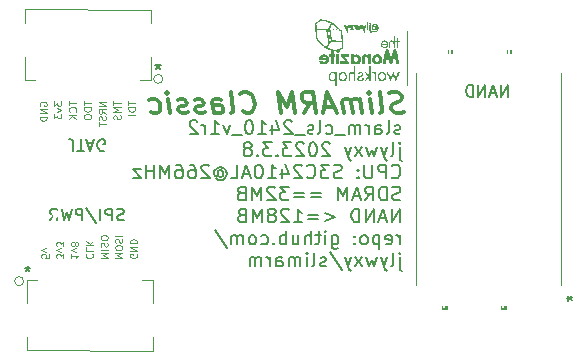
<source format=gbo>
G04 #@! TF.GenerationSoftware,KiCad,Pcbnew,(6.0.11-0)*
G04 #@! TF.CreationDate,2023-03-08T20:48:50+08:00*
G04 #@! TF.ProjectId,slimarm_classic_2410,736c696d-6172-46d5-9f63-6c6173736963,rev?*
G04 #@! TF.SameCoordinates,Original*
G04 #@! TF.FileFunction,Legend,Bot*
G04 #@! TF.FilePolarity,Positive*
%FSLAX46Y46*%
G04 Gerber Fmt 4.6, Leading zero omitted, Abs format (unit mm)*
G04 Created by KiCad (PCBNEW (6.0.11-0)) date 2023-03-08 20:48:50*
%MOMM*%
%LPD*%
G01*
G04 APERTURE LIST*
%ADD10C,0.100000*%
%ADD11C,0.304800*%
%ADD12C,0.150000*%
%ADD13C,0.190000*%
%ADD14C,0.120000*%
%ADD15C,0.650000*%
%ADD16O,1.600000X1.000000*%
%ADD17O,2.100000X1.000000*%
%ADD18R,0.711200X3.000000*%
%ADD19R,1.600200X2.209800*%
%ADD20R,0.254000X2.182700*%
G04 APERTURE END LIST*
D10*
X16278571Y-33806428D02*
X16278571Y-34092142D01*
X15992857Y-34120714D01*
X16021428Y-34092142D01*
X16050000Y-34035000D01*
X16050000Y-33892142D01*
X16021428Y-33835000D01*
X15992857Y-33806428D01*
X15935714Y-33777857D01*
X15792857Y-33777857D01*
X15735714Y-33806428D01*
X15707142Y-33835000D01*
X15678571Y-33892142D01*
X15678571Y-34035000D01*
X15707142Y-34092142D01*
X15735714Y-34120714D01*
X16078571Y-33577857D02*
X15678571Y-33435000D01*
X16078571Y-33292142D01*
D11*
X46342046Y-21719666D02*
X46098630Y-21804333D01*
X45675296Y-21804333D01*
X45495380Y-21719666D01*
X45400130Y-21635000D01*
X45294296Y-21465666D01*
X45273130Y-21296333D01*
X45336630Y-21127000D01*
X45410713Y-21042333D01*
X45569463Y-20957666D01*
X45897546Y-20873000D01*
X46056296Y-20788333D01*
X46130380Y-20703666D01*
X46193880Y-20534333D01*
X46172713Y-20365000D01*
X46066880Y-20195666D01*
X45971630Y-20111000D01*
X45791713Y-20026333D01*
X45368380Y-20026333D01*
X45124963Y-20111000D01*
X44320630Y-21804333D02*
X44479380Y-21719666D01*
X44542880Y-21550333D01*
X44352380Y-20026333D01*
X43643296Y-21804333D02*
X43495130Y-20619000D01*
X43421046Y-20026333D02*
X43516296Y-20111000D01*
X43442213Y-20195666D01*
X43346963Y-20111000D01*
X43421046Y-20026333D01*
X43442213Y-20195666D01*
X42796630Y-21804333D02*
X42648463Y-20619000D01*
X42669630Y-20788333D02*
X42574380Y-20703666D01*
X42394463Y-20619000D01*
X42140463Y-20619000D01*
X41981713Y-20703666D01*
X41918213Y-20873000D01*
X42034630Y-21804333D01*
X41918213Y-20873000D02*
X41812380Y-20703666D01*
X41632463Y-20619000D01*
X41378463Y-20619000D01*
X41219713Y-20703666D01*
X41156213Y-20873000D01*
X41272630Y-21804333D01*
X40447130Y-21296333D02*
X39600463Y-21296333D01*
X40679963Y-21804333D02*
X39865046Y-20026333D01*
X39494630Y-21804333D01*
X37885963Y-21804333D02*
X38372796Y-20957666D01*
X38901963Y-21804333D02*
X38679713Y-20026333D01*
X38002380Y-20026333D01*
X37843630Y-20111000D01*
X37769546Y-20195666D01*
X37706046Y-20365000D01*
X37737796Y-20619000D01*
X37843630Y-20788333D01*
X37938880Y-20873000D01*
X38118796Y-20957666D01*
X38796130Y-20957666D01*
X37123963Y-21804333D02*
X36901713Y-20026333D01*
X36467796Y-21296333D01*
X35716380Y-20026333D01*
X35938630Y-21804333D01*
X32700130Y-21635000D02*
X32795380Y-21719666D01*
X33059963Y-21804333D01*
X33229296Y-21804333D01*
X33472713Y-21719666D01*
X33620880Y-21550333D01*
X33684380Y-21381000D01*
X33726713Y-21042333D01*
X33694963Y-20788333D01*
X33567963Y-20449666D01*
X33462130Y-20280333D01*
X33271630Y-20111000D01*
X33007046Y-20026333D01*
X32837713Y-20026333D01*
X32594296Y-20111000D01*
X32520213Y-20195666D01*
X31705296Y-21804333D02*
X31864046Y-21719666D01*
X31927546Y-21550333D01*
X31737046Y-20026333D01*
X30265963Y-21804333D02*
X30149546Y-20873000D01*
X30213046Y-20703666D01*
X30371796Y-20619000D01*
X30710463Y-20619000D01*
X30890380Y-20703666D01*
X30255380Y-21719666D02*
X30435296Y-21804333D01*
X30858630Y-21804333D01*
X31017380Y-21719666D01*
X31080880Y-21550333D01*
X31059713Y-21381000D01*
X30953880Y-21211666D01*
X30773963Y-21127000D01*
X30350630Y-21127000D01*
X30170713Y-21042333D01*
X29493380Y-21719666D02*
X29334630Y-21804333D01*
X28995963Y-21804333D01*
X28816046Y-21719666D01*
X28710213Y-21550333D01*
X28699630Y-21465666D01*
X28763130Y-21296333D01*
X28921880Y-21211666D01*
X29175880Y-21211666D01*
X29334630Y-21127000D01*
X29398130Y-20957666D01*
X29387546Y-20873000D01*
X29281713Y-20703666D01*
X29101796Y-20619000D01*
X28847796Y-20619000D01*
X28689046Y-20703666D01*
X28054046Y-21719666D02*
X27895296Y-21804333D01*
X27556630Y-21804333D01*
X27376713Y-21719666D01*
X27270880Y-21550333D01*
X27260296Y-21465666D01*
X27323796Y-21296333D01*
X27482546Y-21211666D01*
X27736546Y-21211666D01*
X27895296Y-21127000D01*
X27958796Y-20957666D01*
X27948213Y-20873000D01*
X27842380Y-20703666D01*
X27662463Y-20619000D01*
X27408463Y-20619000D01*
X27249713Y-20703666D01*
X26540630Y-21804333D02*
X26392463Y-20619000D01*
X26318380Y-20026333D02*
X26413630Y-20111000D01*
X26339546Y-20195666D01*
X26244296Y-20111000D01*
X26318380Y-20026333D01*
X26339546Y-20195666D01*
X24921380Y-21719666D02*
X25101296Y-21804333D01*
X25439963Y-21804333D01*
X25598713Y-21719666D01*
X25672796Y-21635000D01*
X25736296Y-21465666D01*
X25672796Y-20957666D01*
X25566963Y-20788333D01*
X25471713Y-20703666D01*
X25291796Y-20619000D01*
X24953130Y-20619000D01*
X24794380Y-20703666D01*
D10*
X17528571Y-34149285D02*
X17528571Y-33777857D01*
X17300000Y-33977857D01*
X17300000Y-33892142D01*
X17271428Y-33835000D01*
X17242857Y-33806428D01*
X17185714Y-33777857D01*
X17042857Y-33777857D01*
X16985714Y-33806428D01*
X16957142Y-33835000D01*
X16928571Y-33892142D01*
X16928571Y-34063571D01*
X16957142Y-34120714D01*
X16985714Y-34149285D01*
X17328571Y-33577857D02*
X16928571Y-33435000D01*
X17328571Y-33292142D01*
X17528571Y-33120714D02*
X17528571Y-32749285D01*
X17300000Y-32949285D01*
X17300000Y-32863571D01*
X17271428Y-32806428D01*
X17242857Y-32777857D01*
X17185714Y-32749285D01*
X17042857Y-32749285D01*
X16985714Y-32777857D01*
X16957142Y-32806428D01*
X16928571Y-32863571D01*
X16928571Y-33035000D01*
X16957142Y-33092142D01*
X16985714Y-33120714D01*
X21771428Y-20822142D02*
X21771428Y-21165000D01*
X22371428Y-20993571D02*
X21771428Y-20993571D01*
X22371428Y-21365000D02*
X21771428Y-21365000D01*
X22200000Y-21565000D01*
X21771428Y-21765000D01*
X22371428Y-21765000D01*
X22342857Y-22022142D02*
X22371428Y-22107857D01*
X22371428Y-22250714D01*
X22342857Y-22307857D01*
X22314285Y-22336428D01*
X22257142Y-22365000D01*
X22200000Y-22365000D01*
X22142857Y-22336428D01*
X22114285Y-22307857D01*
X22085714Y-22250714D01*
X22057142Y-22136428D01*
X22028571Y-22079285D01*
X22000000Y-22050714D01*
X21942857Y-22022142D01*
X21885714Y-22022142D01*
X21828571Y-22050714D01*
X21800000Y-22079285D01*
X21771428Y-22136428D01*
X21771428Y-22279285D01*
X21800000Y-22365000D01*
X19271428Y-20822142D02*
X19271428Y-21165000D01*
X19871428Y-20993571D02*
X19271428Y-20993571D01*
X19871428Y-21365000D02*
X19271428Y-21365000D01*
X19271428Y-21507857D01*
X19300000Y-21593571D01*
X19357142Y-21650714D01*
X19414285Y-21679285D01*
X19528571Y-21707857D01*
X19614285Y-21707857D01*
X19728571Y-21679285D01*
X19785714Y-21650714D01*
X19842857Y-21593571D01*
X19871428Y-21507857D01*
X19871428Y-21365000D01*
X19271428Y-22079285D02*
X19271428Y-22193571D01*
X19300000Y-22250714D01*
X19357142Y-22307857D01*
X19471428Y-22336428D01*
X19671428Y-22336428D01*
X19785714Y-22307857D01*
X19842857Y-22250714D01*
X19871428Y-22193571D01*
X19871428Y-22079285D01*
X19842857Y-22022142D01*
X19785714Y-21965000D01*
X19671428Y-21936428D01*
X19471428Y-21936428D01*
X19357142Y-21965000D01*
X19300000Y-22022142D01*
X19271428Y-22079285D01*
D12*
X22662023Y-30884761D02*
X22519166Y-30932380D01*
X22281071Y-30932380D01*
X22185833Y-30884761D01*
X22138214Y-30837142D01*
X22090595Y-30741904D01*
X22090595Y-30646666D01*
X22138214Y-30551428D01*
X22185833Y-30503809D01*
X22281071Y-30456190D01*
X22471547Y-30408571D01*
X22566785Y-30360952D01*
X22614404Y-30313333D01*
X22662023Y-30218095D01*
X22662023Y-30122857D01*
X22614404Y-30027619D01*
X22566785Y-29980000D01*
X22471547Y-29932380D01*
X22233452Y-29932380D01*
X22090595Y-29980000D01*
X21662023Y-30932380D02*
X21662023Y-29932380D01*
X21281071Y-29932380D01*
X21185833Y-29980000D01*
X21138214Y-30027619D01*
X21090595Y-30122857D01*
X21090595Y-30265714D01*
X21138214Y-30360952D01*
X21185833Y-30408571D01*
X21281071Y-30456190D01*
X21662023Y-30456190D01*
X20662023Y-30932380D02*
X20662023Y-29932380D01*
X19471547Y-29884761D02*
X20328690Y-31170476D01*
X19138214Y-30932380D02*
X19138214Y-29932380D01*
X18757261Y-29932380D01*
X18662023Y-29980000D01*
X18614404Y-30027619D01*
X18566785Y-30122857D01*
X18566785Y-30265714D01*
X18614404Y-30360952D01*
X18662023Y-30408571D01*
X18757261Y-30456190D01*
X19138214Y-30456190D01*
X18233452Y-29932380D02*
X17995357Y-30932380D01*
X17804880Y-30218095D01*
X17614404Y-30932380D01*
X17376309Y-29932380D01*
X16423928Y-30932380D02*
X16757261Y-30456190D01*
X16995357Y-30932380D02*
X16995357Y-29932380D01*
X16614404Y-29932380D01*
X16519166Y-29980000D01*
X16471547Y-30027619D01*
X16423928Y-30122857D01*
X16423928Y-30265714D01*
X16471547Y-30360952D01*
X16519166Y-30408571D01*
X16614404Y-30456190D01*
X16995357Y-30456190D01*
D10*
X15550000Y-21222142D02*
X15521428Y-21165000D01*
X15521428Y-21079285D01*
X15550000Y-20993571D01*
X15607142Y-20936428D01*
X15664285Y-20907857D01*
X15778571Y-20879285D01*
X15864285Y-20879285D01*
X15978571Y-20907857D01*
X16035714Y-20936428D01*
X16092857Y-20993571D01*
X16121428Y-21079285D01*
X16121428Y-21136428D01*
X16092857Y-21222142D01*
X16064285Y-21250714D01*
X15864285Y-21250714D01*
X15864285Y-21136428D01*
X16121428Y-21507857D02*
X15521428Y-21507857D01*
X16121428Y-21850714D01*
X15521428Y-21850714D01*
X16121428Y-22136428D02*
X15521428Y-22136428D01*
X15521428Y-22279285D01*
X15550000Y-22365000D01*
X15607142Y-22422142D01*
X15664285Y-22450714D01*
X15778571Y-22479285D01*
X15864285Y-22479285D01*
X15978571Y-22450714D01*
X16035714Y-22422142D01*
X16092857Y-22365000D01*
X16121428Y-22279285D01*
X16121428Y-22136428D01*
X16771428Y-20850714D02*
X16771428Y-21222142D01*
X17000000Y-21022142D01*
X17000000Y-21107857D01*
X17028571Y-21165000D01*
X17057142Y-21193571D01*
X17114285Y-21222142D01*
X17257142Y-21222142D01*
X17314285Y-21193571D01*
X17342857Y-21165000D01*
X17371428Y-21107857D01*
X17371428Y-20936428D01*
X17342857Y-20879285D01*
X17314285Y-20850714D01*
X16971428Y-21422142D02*
X17371428Y-21565000D01*
X16971428Y-21707857D01*
X16771428Y-21879285D02*
X16771428Y-22250714D01*
X17000000Y-22050714D01*
X17000000Y-22136428D01*
X17028571Y-22193571D01*
X17057142Y-22222142D01*
X17114285Y-22250714D01*
X17257142Y-22250714D01*
X17314285Y-22222142D01*
X17342857Y-22193571D01*
X17371428Y-22136428D01*
X17371428Y-21965000D01*
X17342857Y-21907857D01*
X17314285Y-21879285D01*
X23021428Y-20822142D02*
X23021428Y-21165000D01*
X23621428Y-20993571D02*
X23021428Y-20993571D01*
X23621428Y-21365000D02*
X23021428Y-21365000D01*
X23021428Y-21507857D01*
X23050000Y-21593571D01*
X23107142Y-21650714D01*
X23164285Y-21679285D01*
X23278571Y-21707857D01*
X23364285Y-21707857D01*
X23478571Y-21679285D01*
X23535714Y-21650714D01*
X23592857Y-21593571D01*
X23621428Y-21507857D01*
X23621428Y-21365000D01*
X23621428Y-21965000D02*
X23021428Y-21965000D01*
X19485714Y-33749285D02*
X19457142Y-33777857D01*
X19428571Y-33863571D01*
X19428571Y-33920714D01*
X19457142Y-34006428D01*
X19514285Y-34063571D01*
X19571428Y-34092142D01*
X19685714Y-34120714D01*
X19771428Y-34120714D01*
X19885714Y-34092142D01*
X19942857Y-34063571D01*
X20000000Y-34006428D01*
X20028571Y-33920714D01*
X20028571Y-33863571D01*
X20000000Y-33777857D01*
X19971428Y-33749285D01*
X19428571Y-33206428D02*
X19428571Y-33492142D01*
X20028571Y-33492142D01*
X19428571Y-33006428D02*
X20028571Y-33006428D01*
X19428571Y-32663571D02*
X19771428Y-32920714D01*
X20028571Y-32663571D02*
X19685714Y-33006428D01*
X18178571Y-33777857D02*
X18178571Y-34120714D01*
X18178571Y-33949285D02*
X18778571Y-33949285D01*
X18692857Y-34006428D01*
X18635714Y-34063571D01*
X18607142Y-34120714D01*
X18578571Y-33577857D02*
X18178571Y-33435000D01*
X18578571Y-33292142D01*
X18521428Y-32977857D02*
X18550000Y-33035000D01*
X18578571Y-33063571D01*
X18635714Y-33092142D01*
X18664285Y-33092142D01*
X18721428Y-33063571D01*
X18750000Y-33035000D01*
X18778571Y-32977857D01*
X18778571Y-32863571D01*
X18750000Y-32806428D01*
X18721428Y-32777857D01*
X18664285Y-32749285D01*
X18635714Y-32749285D01*
X18578571Y-32777857D01*
X18550000Y-32806428D01*
X18521428Y-32863571D01*
X18521428Y-32977857D01*
X18492857Y-33035000D01*
X18464285Y-33063571D01*
X18407142Y-33092142D01*
X18292857Y-33092142D01*
X18235714Y-33063571D01*
X18207142Y-33035000D01*
X18178571Y-32977857D01*
X18178571Y-32863571D01*
X18207142Y-32806428D01*
X18235714Y-32777857D01*
X18292857Y-32749285D01*
X18407142Y-32749285D01*
X18464285Y-32777857D01*
X18492857Y-32806428D01*
X18521428Y-32863571D01*
X20678571Y-34092142D02*
X21278571Y-34092142D01*
X20850000Y-33892142D01*
X21278571Y-33692142D01*
X20678571Y-33692142D01*
X20678571Y-33406428D02*
X21278571Y-33406428D01*
X20707142Y-33149285D02*
X20678571Y-33063571D01*
X20678571Y-32920714D01*
X20707142Y-32863571D01*
X20735714Y-32835000D01*
X20792857Y-32806428D01*
X20850000Y-32806428D01*
X20907142Y-32835000D01*
X20935714Y-32863571D01*
X20964285Y-32920714D01*
X20992857Y-33035000D01*
X21021428Y-33092142D01*
X21050000Y-33120714D01*
X21107142Y-33149285D01*
X21164285Y-33149285D01*
X21221428Y-33120714D01*
X21250000Y-33092142D01*
X21278571Y-33035000D01*
X21278571Y-32892142D01*
X21250000Y-32806428D01*
X21278571Y-32435000D02*
X21278571Y-32320714D01*
X21250000Y-32263571D01*
X21192857Y-32206428D01*
X21078571Y-32177857D01*
X20878571Y-32177857D01*
X20764285Y-32206428D01*
X20707142Y-32263571D01*
X20678571Y-32320714D01*
X20678571Y-32435000D01*
X20707142Y-32492142D01*
X20764285Y-32549285D01*
X20878571Y-32577857D01*
X21078571Y-32577857D01*
X21192857Y-32549285D01*
X21250000Y-32492142D01*
X21278571Y-32435000D01*
X23750000Y-33777857D02*
X23778571Y-33835000D01*
X23778571Y-33920714D01*
X23750000Y-34006428D01*
X23692857Y-34063571D01*
X23635714Y-34092142D01*
X23521428Y-34120714D01*
X23435714Y-34120714D01*
X23321428Y-34092142D01*
X23264285Y-34063571D01*
X23207142Y-34006428D01*
X23178571Y-33920714D01*
X23178571Y-33863571D01*
X23207142Y-33777857D01*
X23235714Y-33749285D01*
X23435714Y-33749285D01*
X23435714Y-33863571D01*
X23178571Y-33492142D02*
X23778571Y-33492142D01*
X23178571Y-33149285D01*
X23778571Y-33149285D01*
X23178571Y-32863571D02*
X23778571Y-32863571D01*
X23778571Y-32720714D01*
X23750000Y-32635000D01*
X23692857Y-32577857D01*
X23635714Y-32549285D01*
X23521428Y-32520714D01*
X23435714Y-32520714D01*
X23321428Y-32549285D01*
X23264285Y-32577857D01*
X23207142Y-32635000D01*
X23178571Y-32720714D01*
X23178571Y-32863571D01*
D12*
X18371309Y-25057619D02*
X18371309Y-24343333D01*
X18323690Y-24200476D01*
X18228452Y-24105238D01*
X18085595Y-24057619D01*
X17990357Y-24057619D01*
X18704642Y-25057619D02*
X19276071Y-25057619D01*
X18990357Y-24057619D02*
X18990357Y-25057619D01*
X19561785Y-24343333D02*
X20037976Y-24343333D01*
X19466547Y-24057619D02*
X19799880Y-25057619D01*
X20133214Y-24057619D01*
X20990357Y-25010000D02*
X20895119Y-25057619D01*
X20752261Y-25057619D01*
X20609404Y-25010000D01*
X20514166Y-24914761D01*
X20466547Y-24819523D01*
X20418928Y-24629047D01*
X20418928Y-24486190D01*
X20466547Y-24295714D01*
X20514166Y-24200476D01*
X20609404Y-24105238D01*
X20752261Y-24057619D01*
X20847500Y-24057619D01*
X20990357Y-24105238D01*
X21037976Y-24152857D01*
X21037976Y-24486190D01*
X20847500Y-24486190D01*
D10*
X21928571Y-34092142D02*
X22528571Y-34092142D01*
X22100000Y-33892142D01*
X22528571Y-33692142D01*
X21928571Y-33692142D01*
X22528571Y-33292142D02*
X22528571Y-33177857D01*
X22500000Y-33120714D01*
X22442857Y-33063571D01*
X22328571Y-33035000D01*
X22128571Y-33035000D01*
X22014285Y-33063571D01*
X21957142Y-33120714D01*
X21928571Y-33177857D01*
X21928571Y-33292142D01*
X21957142Y-33349285D01*
X22014285Y-33406428D01*
X22128571Y-33435000D01*
X22328571Y-33435000D01*
X22442857Y-33406428D01*
X22500000Y-33349285D01*
X22528571Y-33292142D01*
X21957142Y-32806428D02*
X21928571Y-32720714D01*
X21928571Y-32577857D01*
X21957142Y-32520714D01*
X21985714Y-32492142D01*
X22042857Y-32463571D01*
X22100000Y-32463571D01*
X22157142Y-32492142D01*
X22185714Y-32520714D01*
X22214285Y-32577857D01*
X22242857Y-32692142D01*
X22271428Y-32749285D01*
X22300000Y-32777857D01*
X22357142Y-32806428D01*
X22414285Y-32806428D01*
X22471428Y-32777857D01*
X22500000Y-32749285D01*
X22528571Y-32692142D01*
X22528571Y-32549285D01*
X22500000Y-32463571D01*
X21928571Y-32206428D02*
X22528571Y-32206428D01*
X18021428Y-20822142D02*
X18021428Y-21165000D01*
X18621428Y-20993571D02*
X18021428Y-20993571D01*
X18564285Y-21707857D02*
X18592857Y-21679285D01*
X18621428Y-21593571D01*
X18621428Y-21536428D01*
X18592857Y-21450714D01*
X18535714Y-21393571D01*
X18478571Y-21365000D01*
X18364285Y-21336428D01*
X18278571Y-21336428D01*
X18164285Y-21365000D01*
X18107142Y-21393571D01*
X18050000Y-21450714D01*
X18021428Y-21536428D01*
X18021428Y-21593571D01*
X18050000Y-21679285D01*
X18078571Y-21707857D01*
X18621428Y-21965000D02*
X18021428Y-21965000D01*
X18621428Y-22307857D02*
X18278571Y-22050714D01*
X18021428Y-22307857D02*
X18364285Y-21965000D01*
X21121428Y-20907857D02*
X20521428Y-20907857D01*
X21121428Y-21250714D01*
X20521428Y-21250714D01*
X21121428Y-21879285D02*
X20835714Y-21679285D01*
X21121428Y-21536428D02*
X20521428Y-21536428D01*
X20521428Y-21765000D01*
X20550000Y-21822142D01*
X20578571Y-21850714D01*
X20635714Y-21879285D01*
X20721428Y-21879285D01*
X20778571Y-21850714D01*
X20807142Y-21822142D01*
X20835714Y-21765000D01*
X20835714Y-21536428D01*
X21092857Y-22107857D02*
X21121428Y-22193571D01*
X21121428Y-22336428D01*
X21092857Y-22393571D01*
X21064285Y-22422142D01*
X21007142Y-22450714D01*
X20950000Y-22450714D01*
X20892857Y-22422142D01*
X20864285Y-22393571D01*
X20835714Y-22336428D01*
X20807142Y-22222142D01*
X20778571Y-22165000D01*
X20750000Y-22136428D01*
X20692857Y-22107857D01*
X20635714Y-22107857D01*
X20578571Y-22136428D01*
X20550000Y-22165000D01*
X20521428Y-22222142D01*
X20521428Y-22365000D01*
X20550000Y-22450714D01*
X20521428Y-22622142D02*
X20521428Y-22965000D01*
X21121428Y-22793571D02*
X20521428Y-22793571D01*
D13*
X46055547Y-23566723D02*
X45945071Y-23621961D01*
X45724119Y-23621961D01*
X45613642Y-23566723D01*
X45558404Y-23456247D01*
X45558404Y-23401009D01*
X45613642Y-23290533D01*
X45724119Y-23235295D01*
X45889833Y-23235295D01*
X46000309Y-23180057D01*
X46055547Y-23069580D01*
X46055547Y-23014342D01*
X46000309Y-22903866D01*
X45889833Y-22848628D01*
X45724119Y-22848628D01*
X45613642Y-22903866D01*
X44895547Y-23621961D02*
X45006023Y-23566723D01*
X45061261Y-23456247D01*
X45061261Y-22461961D01*
X43956500Y-23621961D02*
X43956500Y-23014342D01*
X44011738Y-22903866D01*
X44122214Y-22848628D01*
X44343166Y-22848628D01*
X44453642Y-22903866D01*
X43956500Y-23566723D02*
X44066976Y-23621961D01*
X44343166Y-23621961D01*
X44453642Y-23566723D01*
X44508880Y-23456247D01*
X44508880Y-23345771D01*
X44453642Y-23235295D01*
X44343166Y-23180057D01*
X44066976Y-23180057D01*
X43956500Y-23124819D01*
X43404119Y-23621961D02*
X43404119Y-22848628D01*
X43404119Y-23069580D02*
X43348880Y-22959104D01*
X43293642Y-22903866D01*
X43183166Y-22848628D01*
X43072690Y-22848628D01*
X42686023Y-23621961D02*
X42686023Y-22848628D01*
X42686023Y-22959104D02*
X42630785Y-22903866D01*
X42520309Y-22848628D01*
X42354595Y-22848628D01*
X42244119Y-22903866D01*
X42188880Y-23014342D01*
X42188880Y-23621961D01*
X42188880Y-23014342D02*
X42133642Y-22903866D01*
X42023166Y-22848628D01*
X41857452Y-22848628D01*
X41746976Y-22903866D01*
X41691738Y-23014342D01*
X41691738Y-23621961D01*
X41415547Y-23732438D02*
X40531738Y-23732438D01*
X39758404Y-23566723D02*
X39868880Y-23621961D01*
X40089833Y-23621961D01*
X40200309Y-23566723D01*
X40255547Y-23511485D01*
X40310785Y-23401009D01*
X40310785Y-23069580D01*
X40255547Y-22959104D01*
X40200309Y-22903866D01*
X40089833Y-22848628D01*
X39868880Y-22848628D01*
X39758404Y-22903866D01*
X39095547Y-23621961D02*
X39206023Y-23566723D01*
X39261261Y-23456247D01*
X39261261Y-22461961D01*
X38708880Y-23566723D02*
X38598404Y-23621961D01*
X38377452Y-23621961D01*
X38266976Y-23566723D01*
X38211738Y-23456247D01*
X38211738Y-23401009D01*
X38266976Y-23290533D01*
X38377452Y-23235295D01*
X38543166Y-23235295D01*
X38653642Y-23180057D01*
X38708880Y-23069580D01*
X38708880Y-23014342D01*
X38653642Y-22903866D01*
X38543166Y-22848628D01*
X38377452Y-22848628D01*
X38266976Y-22903866D01*
X37990785Y-23732438D02*
X37106976Y-23732438D01*
X36886023Y-22572438D02*
X36830785Y-22517200D01*
X36720309Y-22461961D01*
X36444119Y-22461961D01*
X36333642Y-22517200D01*
X36278404Y-22572438D01*
X36223166Y-22682914D01*
X36223166Y-22793390D01*
X36278404Y-22959104D01*
X36941261Y-23621961D01*
X36223166Y-23621961D01*
X35228880Y-22848628D02*
X35228880Y-23621961D01*
X35505071Y-22406723D02*
X35781261Y-23235295D01*
X35063166Y-23235295D01*
X34013642Y-23621961D02*
X34676500Y-23621961D01*
X34345071Y-23621961D02*
X34345071Y-22461961D01*
X34455547Y-22627676D01*
X34566023Y-22738152D01*
X34676500Y-22793390D01*
X33295547Y-22461961D02*
X33185071Y-22461961D01*
X33074595Y-22517200D01*
X33019357Y-22572438D01*
X32964119Y-22682914D01*
X32908880Y-22903866D01*
X32908880Y-23180057D01*
X32964119Y-23401009D01*
X33019357Y-23511485D01*
X33074595Y-23566723D01*
X33185071Y-23621961D01*
X33295547Y-23621961D01*
X33406023Y-23566723D01*
X33461261Y-23511485D01*
X33516500Y-23401009D01*
X33571738Y-23180057D01*
X33571738Y-22903866D01*
X33516500Y-22682914D01*
X33461261Y-22572438D01*
X33406023Y-22517200D01*
X33295547Y-22461961D01*
X32687928Y-23732438D02*
X31804119Y-23732438D01*
X31638404Y-22848628D02*
X31362214Y-23621961D01*
X31086023Y-22848628D01*
X30036499Y-23621961D02*
X30699357Y-23621961D01*
X30367928Y-23621961D02*
X30367928Y-22461961D01*
X30478404Y-22627676D01*
X30588880Y-22738152D01*
X30699357Y-22793390D01*
X29539357Y-23621961D02*
X29539357Y-22848628D01*
X29539357Y-23069580D02*
X29484119Y-22959104D01*
X29428880Y-22903866D01*
X29318404Y-22848628D01*
X29207928Y-22848628D01*
X28876499Y-22572438D02*
X28821261Y-22517200D01*
X28710785Y-22461961D01*
X28434595Y-22461961D01*
X28324119Y-22517200D01*
X28268880Y-22572438D01*
X28213642Y-22682914D01*
X28213642Y-22793390D01*
X28268880Y-22959104D01*
X28931738Y-23621961D01*
X28213642Y-23621961D01*
X46000309Y-24716228D02*
X46000309Y-25710514D01*
X46055547Y-25820990D01*
X46166023Y-25876228D01*
X46221261Y-25876228D01*
X46000309Y-24329561D02*
X46055547Y-24384800D01*
X46000309Y-24440038D01*
X45945071Y-24384800D01*
X46000309Y-24329561D01*
X46000309Y-24440038D01*
X45282214Y-25489561D02*
X45392690Y-25434323D01*
X45447928Y-25323847D01*
X45447928Y-24329561D01*
X44950785Y-24716228D02*
X44674595Y-25489561D01*
X44398404Y-24716228D02*
X44674595Y-25489561D01*
X44785071Y-25765752D01*
X44840309Y-25820990D01*
X44950785Y-25876228D01*
X44066976Y-24716228D02*
X43846023Y-25489561D01*
X43625071Y-24937180D01*
X43404119Y-25489561D01*
X43183166Y-24716228D01*
X42851738Y-25489561D02*
X42244119Y-24716228D01*
X42851738Y-24716228D02*
X42244119Y-25489561D01*
X41912690Y-24716228D02*
X41636500Y-25489561D01*
X41360309Y-24716228D02*
X41636500Y-25489561D01*
X41746976Y-25765752D01*
X41802214Y-25820990D01*
X41912690Y-25876228D01*
X40089833Y-24440038D02*
X40034595Y-24384800D01*
X39924119Y-24329561D01*
X39647928Y-24329561D01*
X39537452Y-24384800D01*
X39482214Y-24440038D01*
X39426976Y-24550514D01*
X39426976Y-24660990D01*
X39482214Y-24826704D01*
X40145071Y-25489561D01*
X39426976Y-25489561D01*
X38708880Y-24329561D02*
X38598404Y-24329561D01*
X38487928Y-24384800D01*
X38432690Y-24440038D01*
X38377452Y-24550514D01*
X38322214Y-24771466D01*
X38322214Y-25047657D01*
X38377452Y-25268609D01*
X38432690Y-25379085D01*
X38487928Y-25434323D01*
X38598404Y-25489561D01*
X38708880Y-25489561D01*
X38819357Y-25434323D01*
X38874595Y-25379085D01*
X38929833Y-25268609D01*
X38985071Y-25047657D01*
X38985071Y-24771466D01*
X38929833Y-24550514D01*
X38874595Y-24440038D01*
X38819357Y-24384800D01*
X38708880Y-24329561D01*
X37880309Y-24440038D02*
X37825071Y-24384800D01*
X37714595Y-24329561D01*
X37438404Y-24329561D01*
X37327928Y-24384800D01*
X37272690Y-24440038D01*
X37217452Y-24550514D01*
X37217452Y-24660990D01*
X37272690Y-24826704D01*
X37935547Y-25489561D01*
X37217452Y-25489561D01*
X36830785Y-24329561D02*
X36112690Y-24329561D01*
X36499357Y-24771466D01*
X36333642Y-24771466D01*
X36223166Y-24826704D01*
X36167928Y-24881942D01*
X36112690Y-24992419D01*
X36112690Y-25268609D01*
X36167928Y-25379085D01*
X36223166Y-25434323D01*
X36333642Y-25489561D01*
X36665071Y-25489561D01*
X36775547Y-25434323D01*
X36830785Y-25379085D01*
X35615547Y-25379085D02*
X35560309Y-25434323D01*
X35615547Y-25489561D01*
X35670785Y-25434323D01*
X35615547Y-25379085D01*
X35615547Y-25489561D01*
X35173642Y-24329561D02*
X34455547Y-24329561D01*
X34842214Y-24771466D01*
X34676500Y-24771466D01*
X34566023Y-24826704D01*
X34510785Y-24881942D01*
X34455547Y-24992419D01*
X34455547Y-25268609D01*
X34510785Y-25379085D01*
X34566023Y-25434323D01*
X34676500Y-25489561D01*
X35007928Y-25489561D01*
X35118404Y-25434323D01*
X35173642Y-25379085D01*
X33958404Y-25379085D02*
X33903166Y-25434323D01*
X33958404Y-25489561D01*
X34013642Y-25434323D01*
X33958404Y-25379085D01*
X33958404Y-25489561D01*
X33240309Y-24826704D02*
X33350785Y-24771466D01*
X33406023Y-24716228D01*
X33461261Y-24605752D01*
X33461261Y-24550514D01*
X33406023Y-24440038D01*
X33350785Y-24384800D01*
X33240309Y-24329561D01*
X33019357Y-24329561D01*
X32908880Y-24384800D01*
X32853642Y-24440038D01*
X32798404Y-24550514D01*
X32798404Y-24605752D01*
X32853642Y-24716228D01*
X32908880Y-24771466D01*
X33019357Y-24826704D01*
X33240309Y-24826704D01*
X33350785Y-24881942D01*
X33406023Y-24937180D01*
X33461261Y-25047657D01*
X33461261Y-25268609D01*
X33406023Y-25379085D01*
X33350785Y-25434323D01*
X33240309Y-25489561D01*
X33019357Y-25489561D01*
X32908880Y-25434323D01*
X32853642Y-25379085D01*
X32798404Y-25268609D01*
X32798404Y-25047657D01*
X32853642Y-24937180D01*
X32908880Y-24881942D01*
X33019357Y-24826704D01*
X45337452Y-27246685D02*
X45392690Y-27301923D01*
X45558404Y-27357161D01*
X45668880Y-27357161D01*
X45834595Y-27301923D01*
X45945071Y-27191447D01*
X46000309Y-27080971D01*
X46055547Y-26860019D01*
X46055547Y-26694304D01*
X46000309Y-26473352D01*
X45945071Y-26362876D01*
X45834595Y-26252400D01*
X45668880Y-26197161D01*
X45558404Y-26197161D01*
X45392690Y-26252400D01*
X45337452Y-26307638D01*
X44840309Y-27357161D02*
X44840309Y-26197161D01*
X44398404Y-26197161D01*
X44287928Y-26252400D01*
X44232690Y-26307638D01*
X44177452Y-26418114D01*
X44177452Y-26583828D01*
X44232690Y-26694304D01*
X44287928Y-26749542D01*
X44398404Y-26804780D01*
X44840309Y-26804780D01*
X43680309Y-26197161D02*
X43680309Y-27136209D01*
X43625071Y-27246685D01*
X43569833Y-27301923D01*
X43459357Y-27357161D01*
X43238404Y-27357161D01*
X43127928Y-27301923D01*
X43072690Y-27246685D01*
X43017452Y-27136209D01*
X43017452Y-26197161D01*
X42465071Y-27246685D02*
X42409833Y-27301923D01*
X42465071Y-27357161D01*
X42520309Y-27301923D01*
X42465071Y-27246685D01*
X42465071Y-27357161D01*
X42465071Y-26639066D02*
X42409833Y-26694304D01*
X42465071Y-26749542D01*
X42520309Y-26694304D01*
X42465071Y-26639066D01*
X42465071Y-26749542D01*
X41084119Y-27301923D02*
X40918404Y-27357161D01*
X40642214Y-27357161D01*
X40531738Y-27301923D01*
X40476500Y-27246685D01*
X40421261Y-27136209D01*
X40421261Y-27025733D01*
X40476500Y-26915257D01*
X40531738Y-26860019D01*
X40642214Y-26804780D01*
X40863166Y-26749542D01*
X40973642Y-26694304D01*
X41028880Y-26639066D01*
X41084119Y-26528590D01*
X41084119Y-26418114D01*
X41028880Y-26307638D01*
X40973642Y-26252400D01*
X40863166Y-26197161D01*
X40586976Y-26197161D01*
X40421261Y-26252400D01*
X40034595Y-26197161D02*
X39316500Y-26197161D01*
X39703166Y-26639066D01*
X39537452Y-26639066D01*
X39426976Y-26694304D01*
X39371738Y-26749542D01*
X39316500Y-26860019D01*
X39316500Y-27136209D01*
X39371738Y-27246685D01*
X39426976Y-27301923D01*
X39537452Y-27357161D01*
X39868880Y-27357161D01*
X39979357Y-27301923D01*
X40034595Y-27246685D01*
X38156500Y-27246685D02*
X38211738Y-27301923D01*
X38377452Y-27357161D01*
X38487928Y-27357161D01*
X38653642Y-27301923D01*
X38764119Y-27191447D01*
X38819357Y-27080971D01*
X38874595Y-26860019D01*
X38874595Y-26694304D01*
X38819357Y-26473352D01*
X38764119Y-26362876D01*
X38653642Y-26252400D01*
X38487928Y-26197161D01*
X38377452Y-26197161D01*
X38211738Y-26252400D01*
X38156500Y-26307638D01*
X37714595Y-26307638D02*
X37659357Y-26252400D01*
X37548880Y-26197161D01*
X37272690Y-26197161D01*
X37162214Y-26252400D01*
X37106976Y-26307638D01*
X37051738Y-26418114D01*
X37051738Y-26528590D01*
X37106976Y-26694304D01*
X37769833Y-27357161D01*
X37051738Y-27357161D01*
X36057452Y-26583828D02*
X36057452Y-27357161D01*
X36333642Y-26141923D02*
X36609833Y-26970495D01*
X35891738Y-26970495D01*
X34842214Y-27357161D02*
X35505071Y-27357161D01*
X35173642Y-27357161D02*
X35173642Y-26197161D01*
X35284119Y-26362876D01*
X35394595Y-26473352D01*
X35505071Y-26528590D01*
X34124119Y-26197161D02*
X34013642Y-26197161D01*
X33903166Y-26252400D01*
X33847928Y-26307638D01*
X33792690Y-26418114D01*
X33737452Y-26639066D01*
X33737452Y-26915257D01*
X33792690Y-27136209D01*
X33847928Y-27246685D01*
X33903166Y-27301923D01*
X34013642Y-27357161D01*
X34124119Y-27357161D01*
X34234595Y-27301923D01*
X34289833Y-27246685D01*
X34345071Y-27136209D01*
X34400309Y-26915257D01*
X34400309Y-26639066D01*
X34345071Y-26418114D01*
X34289833Y-26307638D01*
X34234595Y-26252400D01*
X34124119Y-26197161D01*
X33295547Y-27025733D02*
X32743166Y-27025733D01*
X33406023Y-27357161D02*
X33019357Y-26197161D01*
X32632690Y-27357161D01*
X31693642Y-27357161D02*
X32246023Y-27357161D01*
X32246023Y-26197161D01*
X30588880Y-26804780D02*
X30644119Y-26749542D01*
X30754595Y-26694304D01*
X30865071Y-26694304D01*
X30975547Y-26749542D01*
X31030785Y-26804780D01*
X31086023Y-26915257D01*
X31086023Y-27025733D01*
X31030785Y-27136209D01*
X30975547Y-27191447D01*
X30865071Y-27246685D01*
X30754595Y-27246685D01*
X30644119Y-27191447D01*
X30588880Y-27136209D01*
X30588880Y-26694304D02*
X30588880Y-27136209D01*
X30533642Y-27191447D01*
X30478404Y-27191447D01*
X30367928Y-27136209D01*
X30312690Y-27025733D01*
X30312690Y-26749542D01*
X30423166Y-26583828D01*
X30588880Y-26473352D01*
X30809833Y-26418114D01*
X31030785Y-26473352D01*
X31196500Y-26583828D01*
X31306976Y-26749542D01*
X31362214Y-26970495D01*
X31306976Y-27191447D01*
X31196500Y-27357161D01*
X31030785Y-27467638D01*
X30809833Y-27522876D01*
X30588880Y-27467638D01*
X30423166Y-27357161D01*
X29870785Y-26307638D02*
X29815547Y-26252400D01*
X29705071Y-26197161D01*
X29428880Y-26197161D01*
X29318404Y-26252400D01*
X29263166Y-26307638D01*
X29207928Y-26418114D01*
X29207928Y-26528590D01*
X29263166Y-26694304D01*
X29926023Y-27357161D01*
X29207928Y-27357161D01*
X28213642Y-26197161D02*
X28434595Y-26197161D01*
X28545071Y-26252400D01*
X28600309Y-26307638D01*
X28710785Y-26473352D01*
X28766023Y-26694304D01*
X28766023Y-27136209D01*
X28710785Y-27246685D01*
X28655547Y-27301923D01*
X28545071Y-27357161D01*
X28324119Y-27357161D01*
X28213642Y-27301923D01*
X28158404Y-27246685D01*
X28103166Y-27136209D01*
X28103166Y-26860019D01*
X28158404Y-26749542D01*
X28213642Y-26694304D01*
X28324119Y-26639066D01*
X28545071Y-26639066D01*
X28655547Y-26694304D01*
X28710785Y-26749542D01*
X28766023Y-26860019D01*
X27108880Y-26197161D02*
X27329833Y-26197161D01*
X27440309Y-26252400D01*
X27495547Y-26307638D01*
X27606023Y-26473352D01*
X27661261Y-26694304D01*
X27661261Y-27136209D01*
X27606023Y-27246685D01*
X27550785Y-27301923D01*
X27440309Y-27357161D01*
X27219357Y-27357161D01*
X27108880Y-27301923D01*
X27053642Y-27246685D01*
X26998404Y-27136209D01*
X26998404Y-26860019D01*
X27053642Y-26749542D01*
X27108880Y-26694304D01*
X27219357Y-26639066D01*
X27440309Y-26639066D01*
X27550785Y-26694304D01*
X27606023Y-26749542D01*
X27661261Y-26860019D01*
X26501261Y-27357161D02*
X26501261Y-26197161D01*
X26114595Y-27025733D01*
X25727928Y-26197161D01*
X25727928Y-27357161D01*
X25175547Y-27357161D02*
X25175547Y-26197161D01*
X25175547Y-26749542D02*
X24512690Y-26749542D01*
X24512690Y-27357161D02*
X24512690Y-26197161D01*
X24070785Y-26583828D02*
X23463166Y-26583828D01*
X24070785Y-27357161D01*
X23463166Y-27357161D01*
X46055547Y-29169523D02*
X45889833Y-29224761D01*
X45613642Y-29224761D01*
X45503166Y-29169523D01*
X45447928Y-29114285D01*
X45392690Y-29003809D01*
X45392690Y-28893333D01*
X45447928Y-28782857D01*
X45503166Y-28727619D01*
X45613642Y-28672380D01*
X45834595Y-28617142D01*
X45945071Y-28561904D01*
X46000309Y-28506666D01*
X46055547Y-28396190D01*
X46055547Y-28285714D01*
X46000309Y-28175238D01*
X45945071Y-28120000D01*
X45834595Y-28064761D01*
X45558404Y-28064761D01*
X45392690Y-28120000D01*
X44895547Y-29224761D02*
X44895547Y-28064761D01*
X44619357Y-28064761D01*
X44453642Y-28120000D01*
X44343166Y-28230476D01*
X44287928Y-28340952D01*
X44232690Y-28561904D01*
X44232690Y-28727619D01*
X44287928Y-28948571D01*
X44343166Y-29059047D01*
X44453642Y-29169523D01*
X44619357Y-29224761D01*
X44895547Y-29224761D01*
X43072690Y-29224761D02*
X43459357Y-28672380D01*
X43735547Y-29224761D02*
X43735547Y-28064761D01*
X43293642Y-28064761D01*
X43183166Y-28120000D01*
X43127928Y-28175238D01*
X43072690Y-28285714D01*
X43072690Y-28451428D01*
X43127928Y-28561904D01*
X43183166Y-28617142D01*
X43293642Y-28672380D01*
X43735547Y-28672380D01*
X42630785Y-28893333D02*
X42078404Y-28893333D01*
X42741261Y-29224761D02*
X42354595Y-28064761D01*
X41967928Y-29224761D01*
X41581261Y-29224761D02*
X41581261Y-28064761D01*
X41194595Y-28893333D01*
X40807928Y-28064761D01*
X40807928Y-29224761D01*
X39371738Y-28617142D02*
X38487928Y-28617142D01*
X38487928Y-28948571D02*
X39371738Y-28948571D01*
X37935547Y-28617142D02*
X37051738Y-28617142D01*
X37051738Y-28948571D02*
X37935547Y-28948571D01*
X36609833Y-28064761D02*
X35891738Y-28064761D01*
X36278404Y-28506666D01*
X36112690Y-28506666D01*
X36002214Y-28561904D01*
X35946976Y-28617142D01*
X35891738Y-28727619D01*
X35891738Y-29003809D01*
X35946976Y-29114285D01*
X36002214Y-29169523D01*
X36112690Y-29224761D01*
X36444119Y-29224761D01*
X36554595Y-29169523D01*
X36609833Y-29114285D01*
X35449833Y-28175238D02*
X35394595Y-28120000D01*
X35284119Y-28064761D01*
X35007928Y-28064761D01*
X34897452Y-28120000D01*
X34842214Y-28175238D01*
X34786976Y-28285714D01*
X34786976Y-28396190D01*
X34842214Y-28561904D01*
X35505071Y-29224761D01*
X34786976Y-29224761D01*
X34289833Y-29224761D02*
X34289833Y-28064761D01*
X33903166Y-28893333D01*
X33516500Y-28064761D01*
X33516500Y-29224761D01*
X32577452Y-28617142D02*
X32411738Y-28672380D01*
X32356500Y-28727619D01*
X32301261Y-28838095D01*
X32301261Y-29003809D01*
X32356500Y-29114285D01*
X32411738Y-29169523D01*
X32522214Y-29224761D01*
X32964119Y-29224761D01*
X32964119Y-28064761D01*
X32577452Y-28064761D01*
X32466976Y-28120000D01*
X32411738Y-28175238D01*
X32356500Y-28285714D01*
X32356500Y-28396190D01*
X32411738Y-28506666D01*
X32466976Y-28561904D01*
X32577452Y-28617142D01*
X32964119Y-28617142D01*
X46000309Y-31092361D02*
X46000309Y-29932361D01*
X45337452Y-31092361D01*
X45337452Y-29932361D01*
X44840309Y-30760933D02*
X44287928Y-30760933D01*
X44950785Y-31092361D02*
X44564119Y-29932361D01*
X44177452Y-31092361D01*
X43790785Y-31092361D02*
X43790785Y-29932361D01*
X43127928Y-31092361D01*
X43127928Y-29932361D01*
X42575547Y-31092361D02*
X42575547Y-29932361D01*
X42299357Y-29932361D01*
X42133642Y-29987600D01*
X42023166Y-30098076D01*
X41967928Y-30208552D01*
X41912690Y-30429504D01*
X41912690Y-30595219D01*
X41967928Y-30816171D01*
X42023166Y-30926647D01*
X42133642Y-31037123D01*
X42299357Y-31092361D01*
X42575547Y-31092361D01*
X39647928Y-30319028D02*
X40531738Y-30650457D01*
X39647928Y-30981885D01*
X39095547Y-30484742D02*
X38211738Y-30484742D01*
X38211738Y-30816171D02*
X39095547Y-30816171D01*
X37051738Y-31092361D02*
X37714595Y-31092361D01*
X37383166Y-31092361D02*
X37383166Y-29932361D01*
X37493642Y-30098076D01*
X37604119Y-30208552D01*
X37714595Y-30263790D01*
X36609833Y-30042838D02*
X36554595Y-29987600D01*
X36444119Y-29932361D01*
X36167928Y-29932361D01*
X36057452Y-29987600D01*
X36002214Y-30042838D01*
X35946976Y-30153314D01*
X35946976Y-30263790D01*
X36002214Y-30429504D01*
X36665071Y-31092361D01*
X35946976Y-31092361D01*
X35284119Y-30429504D02*
X35394595Y-30374266D01*
X35449833Y-30319028D01*
X35505071Y-30208552D01*
X35505071Y-30153314D01*
X35449833Y-30042838D01*
X35394595Y-29987600D01*
X35284119Y-29932361D01*
X35063166Y-29932361D01*
X34952690Y-29987600D01*
X34897452Y-30042838D01*
X34842214Y-30153314D01*
X34842214Y-30208552D01*
X34897452Y-30319028D01*
X34952690Y-30374266D01*
X35063166Y-30429504D01*
X35284119Y-30429504D01*
X35394595Y-30484742D01*
X35449833Y-30539980D01*
X35505071Y-30650457D01*
X35505071Y-30871409D01*
X35449833Y-30981885D01*
X35394595Y-31037123D01*
X35284119Y-31092361D01*
X35063166Y-31092361D01*
X34952690Y-31037123D01*
X34897452Y-30981885D01*
X34842214Y-30871409D01*
X34842214Y-30650457D01*
X34897452Y-30539980D01*
X34952690Y-30484742D01*
X35063166Y-30429504D01*
X34345071Y-31092361D02*
X34345071Y-29932361D01*
X33958404Y-30760933D01*
X33571738Y-29932361D01*
X33571738Y-31092361D01*
X32632690Y-30484742D02*
X32466976Y-30539980D01*
X32411738Y-30595219D01*
X32356500Y-30705695D01*
X32356500Y-30871409D01*
X32411738Y-30981885D01*
X32466976Y-31037123D01*
X32577452Y-31092361D01*
X33019357Y-31092361D01*
X33019357Y-29932361D01*
X32632690Y-29932361D01*
X32522214Y-29987600D01*
X32466976Y-30042838D01*
X32411738Y-30153314D01*
X32411738Y-30263790D01*
X32466976Y-30374266D01*
X32522214Y-30429504D01*
X32632690Y-30484742D01*
X33019357Y-30484742D01*
X46000309Y-32959961D02*
X46000309Y-32186628D01*
X46000309Y-32407580D02*
X45945071Y-32297104D01*
X45889833Y-32241866D01*
X45779357Y-32186628D01*
X45668880Y-32186628D01*
X44840309Y-32904723D02*
X44950785Y-32959961D01*
X45171738Y-32959961D01*
X45282214Y-32904723D01*
X45337452Y-32794247D01*
X45337452Y-32352342D01*
X45282214Y-32241866D01*
X45171738Y-32186628D01*
X44950785Y-32186628D01*
X44840309Y-32241866D01*
X44785071Y-32352342D01*
X44785071Y-32462819D01*
X45337452Y-32573295D01*
X44287928Y-32186628D02*
X44287928Y-33346628D01*
X44287928Y-32241866D02*
X44177452Y-32186628D01*
X43956500Y-32186628D01*
X43846023Y-32241866D01*
X43790785Y-32297104D01*
X43735547Y-32407580D01*
X43735547Y-32739009D01*
X43790785Y-32849485D01*
X43846023Y-32904723D01*
X43956500Y-32959961D01*
X44177452Y-32959961D01*
X44287928Y-32904723D01*
X43072690Y-32959961D02*
X43183166Y-32904723D01*
X43238404Y-32849485D01*
X43293642Y-32739009D01*
X43293642Y-32407580D01*
X43238404Y-32297104D01*
X43183166Y-32241866D01*
X43072690Y-32186628D01*
X42906976Y-32186628D01*
X42796500Y-32241866D01*
X42741261Y-32297104D01*
X42686023Y-32407580D01*
X42686023Y-32739009D01*
X42741261Y-32849485D01*
X42796500Y-32904723D01*
X42906976Y-32959961D01*
X43072690Y-32959961D01*
X42188880Y-32849485D02*
X42133642Y-32904723D01*
X42188880Y-32959961D01*
X42244119Y-32904723D01*
X42188880Y-32849485D01*
X42188880Y-32959961D01*
X42188880Y-32241866D02*
X42133642Y-32297104D01*
X42188880Y-32352342D01*
X42244119Y-32297104D01*
X42188880Y-32241866D01*
X42188880Y-32352342D01*
X40255547Y-32186628D02*
X40255547Y-33125676D01*
X40310785Y-33236152D01*
X40366023Y-33291390D01*
X40476500Y-33346628D01*
X40642214Y-33346628D01*
X40752690Y-33291390D01*
X40255547Y-32904723D02*
X40366023Y-32959961D01*
X40586976Y-32959961D01*
X40697452Y-32904723D01*
X40752690Y-32849485D01*
X40807928Y-32739009D01*
X40807928Y-32407580D01*
X40752690Y-32297104D01*
X40697452Y-32241866D01*
X40586976Y-32186628D01*
X40366023Y-32186628D01*
X40255547Y-32241866D01*
X39703166Y-32959961D02*
X39703166Y-32186628D01*
X39703166Y-31799961D02*
X39758404Y-31855200D01*
X39703166Y-31910438D01*
X39647928Y-31855200D01*
X39703166Y-31799961D01*
X39703166Y-31910438D01*
X39316500Y-32186628D02*
X38874595Y-32186628D01*
X39150785Y-31799961D02*
X39150785Y-32794247D01*
X39095547Y-32904723D01*
X38985071Y-32959961D01*
X38874595Y-32959961D01*
X38487928Y-32959961D02*
X38487928Y-31799961D01*
X37990785Y-32959961D02*
X37990785Y-32352342D01*
X38046023Y-32241866D01*
X38156500Y-32186628D01*
X38322214Y-32186628D01*
X38432690Y-32241866D01*
X38487928Y-32297104D01*
X36941261Y-32186628D02*
X36941261Y-32959961D01*
X37438404Y-32186628D02*
X37438404Y-32794247D01*
X37383166Y-32904723D01*
X37272690Y-32959961D01*
X37106976Y-32959961D01*
X36996500Y-32904723D01*
X36941261Y-32849485D01*
X36388880Y-32959961D02*
X36388880Y-31799961D01*
X36388880Y-32241866D02*
X36278404Y-32186628D01*
X36057452Y-32186628D01*
X35946976Y-32241866D01*
X35891738Y-32297104D01*
X35836500Y-32407580D01*
X35836500Y-32739009D01*
X35891738Y-32849485D01*
X35946976Y-32904723D01*
X36057452Y-32959961D01*
X36278404Y-32959961D01*
X36388880Y-32904723D01*
X35339357Y-32849485D02*
X35284119Y-32904723D01*
X35339357Y-32959961D01*
X35394595Y-32904723D01*
X35339357Y-32849485D01*
X35339357Y-32959961D01*
X34289833Y-32904723D02*
X34400309Y-32959961D01*
X34621261Y-32959961D01*
X34731738Y-32904723D01*
X34786976Y-32849485D01*
X34842214Y-32739009D01*
X34842214Y-32407580D01*
X34786976Y-32297104D01*
X34731738Y-32241866D01*
X34621261Y-32186628D01*
X34400309Y-32186628D01*
X34289833Y-32241866D01*
X33626976Y-32959961D02*
X33737452Y-32904723D01*
X33792690Y-32849485D01*
X33847928Y-32739009D01*
X33847928Y-32407580D01*
X33792690Y-32297104D01*
X33737452Y-32241866D01*
X33626976Y-32186628D01*
X33461261Y-32186628D01*
X33350785Y-32241866D01*
X33295547Y-32297104D01*
X33240309Y-32407580D01*
X33240309Y-32739009D01*
X33295547Y-32849485D01*
X33350785Y-32904723D01*
X33461261Y-32959961D01*
X33626976Y-32959961D01*
X32743166Y-32959961D02*
X32743166Y-32186628D01*
X32743166Y-32297104D02*
X32687928Y-32241866D01*
X32577452Y-32186628D01*
X32411738Y-32186628D01*
X32301261Y-32241866D01*
X32246023Y-32352342D01*
X32246023Y-32959961D01*
X32246023Y-32352342D02*
X32190785Y-32241866D01*
X32080309Y-32186628D01*
X31914595Y-32186628D01*
X31804119Y-32241866D01*
X31748880Y-32352342D01*
X31748880Y-32959961D01*
X30367928Y-31744723D02*
X31362214Y-33236152D01*
X46000309Y-34054228D02*
X46000309Y-35048514D01*
X46055547Y-35158990D01*
X46166023Y-35214228D01*
X46221261Y-35214228D01*
X46000309Y-33667561D02*
X46055547Y-33722800D01*
X46000309Y-33778038D01*
X45945071Y-33722800D01*
X46000309Y-33667561D01*
X46000309Y-33778038D01*
X45282214Y-34827561D02*
X45392690Y-34772323D01*
X45447928Y-34661847D01*
X45447928Y-33667561D01*
X44950785Y-34054228D02*
X44674595Y-34827561D01*
X44398404Y-34054228D02*
X44674595Y-34827561D01*
X44785071Y-35103752D01*
X44840309Y-35158990D01*
X44950785Y-35214228D01*
X44066976Y-34054228D02*
X43846023Y-34827561D01*
X43625071Y-34275180D01*
X43404119Y-34827561D01*
X43183166Y-34054228D01*
X42851738Y-34827561D02*
X42244119Y-34054228D01*
X42851738Y-34054228D02*
X42244119Y-34827561D01*
X41912690Y-34054228D02*
X41636500Y-34827561D01*
X41360309Y-34054228D02*
X41636500Y-34827561D01*
X41746976Y-35103752D01*
X41802214Y-35158990D01*
X41912690Y-35214228D01*
X40089833Y-33612323D02*
X41084119Y-35103752D01*
X39758404Y-34772323D02*
X39647928Y-34827561D01*
X39426976Y-34827561D01*
X39316500Y-34772323D01*
X39261261Y-34661847D01*
X39261261Y-34606609D01*
X39316500Y-34496133D01*
X39426976Y-34440895D01*
X39592690Y-34440895D01*
X39703166Y-34385657D01*
X39758404Y-34275180D01*
X39758404Y-34219942D01*
X39703166Y-34109466D01*
X39592690Y-34054228D01*
X39426976Y-34054228D01*
X39316500Y-34109466D01*
X38598404Y-34827561D02*
X38708880Y-34772323D01*
X38764119Y-34661847D01*
X38764119Y-33667561D01*
X38156500Y-34827561D02*
X38156500Y-34054228D01*
X38156500Y-33667561D02*
X38211738Y-33722800D01*
X38156500Y-33778038D01*
X38101261Y-33722800D01*
X38156500Y-33667561D01*
X38156500Y-33778038D01*
X37604119Y-34827561D02*
X37604119Y-34054228D01*
X37604119Y-34164704D02*
X37548880Y-34109466D01*
X37438404Y-34054228D01*
X37272690Y-34054228D01*
X37162214Y-34109466D01*
X37106976Y-34219942D01*
X37106976Y-34827561D01*
X37106976Y-34219942D02*
X37051738Y-34109466D01*
X36941261Y-34054228D01*
X36775547Y-34054228D01*
X36665071Y-34109466D01*
X36609833Y-34219942D01*
X36609833Y-34827561D01*
X35560309Y-34827561D02*
X35560309Y-34219942D01*
X35615547Y-34109466D01*
X35726023Y-34054228D01*
X35946976Y-34054228D01*
X36057452Y-34109466D01*
X35560309Y-34772323D02*
X35670785Y-34827561D01*
X35946976Y-34827561D01*
X36057452Y-34772323D01*
X36112690Y-34661847D01*
X36112690Y-34551371D01*
X36057452Y-34440895D01*
X35946976Y-34385657D01*
X35670785Y-34385657D01*
X35560309Y-34330419D01*
X35007928Y-34827561D02*
X35007928Y-34054228D01*
X35007928Y-34275180D02*
X34952690Y-34164704D01*
X34897452Y-34109466D01*
X34786976Y-34054228D01*
X34676500Y-34054228D01*
X34289833Y-34827561D02*
X34289833Y-34054228D01*
X34289833Y-34164704D02*
X34234595Y-34109466D01*
X34124119Y-34054228D01*
X33958404Y-34054228D01*
X33847928Y-34109466D01*
X33792690Y-34219942D01*
X33792690Y-34827561D01*
X33792690Y-34219942D02*
X33737452Y-34109466D01*
X33626976Y-34054228D01*
X33461261Y-34054228D01*
X33350785Y-34109466D01*
X33295547Y-34219942D01*
X33295547Y-34827561D01*
D12*
X55154404Y-20452380D02*
X55154404Y-19452380D01*
X54582976Y-20452380D01*
X54582976Y-19452380D01*
X54154404Y-20166666D02*
X53678214Y-20166666D01*
X54249642Y-20452380D02*
X53916309Y-19452380D01*
X53582976Y-20452380D01*
X53249642Y-20452380D02*
X53249642Y-19452380D01*
X52678214Y-20452380D01*
X52678214Y-19452380D01*
X52202023Y-20452380D02*
X52202023Y-19452380D01*
X51963928Y-19452380D01*
X51821071Y-19500000D01*
X51725833Y-19595238D01*
X51678214Y-19690476D01*
X51630595Y-19880952D01*
X51630595Y-20023809D01*
X51678214Y-20214285D01*
X51725833Y-20309523D01*
X51821071Y-20404761D01*
X51963928Y-20452380D01*
X52202023Y-20452380D01*
G04 #@! TO.C,J3*
X25559000Y-17652380D02*
X25559000Y-17890476D01*
X25797095Y-17795238D02*
X25559000Y-17890476D01*
X25320904Y-17795238D01*
X25701857Y-18080952D02*
X25559000Y-17890476D01*
X25416142Y-18080952D01*
G04 #@! TO.C,J2*
X14500000Y-34772880D02*
X14500000Y-35010976D01*
X14738095Y-34915738D02*
X14500000Y-35010976D01*
X14261904Y-34915738D01*
X14642857Y-35201452D02*
X14500000Y-35010976D01*
X14357142Y-35201452D01*
G04 #@! TO.C,U5*
X60131579Y-37539350D02*
X60369675Y-37539350D01*
X60274437Y-37301254D02*
X60369675Y-37539350D01*
X60274437Y-37777445D01*
X60560151Y-37396492D02*
X60369675Y-37539350D01*
X60560151Y-37682207D01*
X60131579Y-37539350D02*
X60369675Y-37539350D01*
X60274437Y-37301254D02*
X60369675Y-37539350D01*
X60274437Y-37777445D01*
X60560151Y-37396492D02*
X60369675Y-37539350D01*
X60560151Y-37682207D01*
D14*
G04 #@! TO.C,J3*
X24924000Y-17085640D02*
X24924000Y-19077000D01*
X24924000Y-19077000D02*
X24038340Y-19077000D01*
X24924000Y-13082600D02*
X24924000Y-14210360D01*
X14260000Y-14203880D02*
X14260000Y-13076120D01*
X14260000Y-19070520D02*
X14260000Y-17079160D01*
X15145660Y-19070520D02*
X14260000Y-19070520D01*
X14260000Y-13060000D02*
X24924000Y-13082600D01*
X25940000Y-18950000D02*
G75*
G03*
X25940000Y-18950000I-381000J0D01*
G01*
G04 #@! TO.C,J2*
X25090000Y-40816620D02*
X25090000Y-41944380D01*
X14426000Y-41937900D02*
X14426000Y-40810140D01*
X14426000Y-37934860D02*
X14426000Y-35943500D01*
X25090000Y-35949980D02*
X25090000Y-37941340D01*
X25090000Y-41960500D02*
X14426000Y-41937900D01*
X14426000Y-35943500D02*
X15311660Y-35943500D01*
X24204340Y-35949980D02*
X25090000Y-35949980D01*
X14172000Y-36070500D02*
G75*
G03*
X14172000Y-36070500I-381000J0D01*
G01*
G04 #@! TO.C,U5*
X47410799Y-36418201D02*
X47410799Y-18480196D01*
X59653599Y-18480199D02*
X59653599Y-36418204D01*
G36*
X54972699Y-38434700D02*
G01*
X54591699Y-38434700D01*
X54591699Y-38180700D01*
X54972699Y-38180700D01*
X54972699Y-38434700D01*
G37*
D10*
X54972699Y-38434700D02*
X54591699Y-38434700D01*
X54591699Y-38180700D01*
X54972699Y-38180700D01*
X54972699Y-38434700D01*
G36*
X55472701Y-16717700D02*
G01*
X55091701Y-16717700D01*
X55091701Y-16463700D01*
X55472701Y-16463700D01*
X55472701Y-16717700D01*
G37*
X55472701Y-16717700D02*
X55091701Y-16717700D01*
X55091701Y-16463700D01*
X55472701Y-16463700D01*
X55472701Y-16717700D01*
G36*
X50472698Y-16717700D02*
G01*
X50091698Y-16717700D01*
X50091698Y-16463700D01*
X50472698Y-16463700D01*
X50472698Y-16717700D01*
G37*
X50472698Y-16717700D02*
X50091698Y-16717700D01*
X50091698Y-16463700D01*
X50472698Y-16463700D01*
X50472698Y-16717700D01*
G36*
X49972699Y-38434700D02*
G01*
X49591699Y-38434700D01*
X49591699Y-38180700D01*
X49972699Y-38180700D01*
X49972699Y-38434700D01*
G37*
X49972699Y-38434700D02*
X49591699Y-38434700D01*
X49591699Y-38180700D01*
X49972699Y-38180700D01*
X49972699Y-38434700D01*
G04 #@! TO.C,G\u002A\u002A\u002A*
G36*
X42761911Y-18344458D02*
G01*
X42792562Y-18351422D01*
X42823396Y-18364320D01*
X42843731Y-18375375D01*
X42894784Y-18418642D01*
X42927858Y-18474579D01*
X42942211Y-18541531D01*
X42937099Y-18617843D01*
X42928850Y-18646734D01*
X42908218Y-18681443D01*
X42874639Y-18711913D01*
X42825730Y-18739730D01*
X42759108Y-18766475D01*
X42672388Y-18793733D01*
X42615997Y-18813282D01*
X42570216Y-18839164D01*
X42543921Y-18869766D01*
X42535511Y-18906406D01*
X42535551Y-18910010D01*
X42545906Y-18957442D01*
X42574364Y-18991555D01*
X42620659Y-19012149D01*
X42684528Y-19019024D01*
X42714098Y-19016925D01*
X42768672Y-19000809D01*
X42812262Y-18971307D01*
X42841145Y-18931423D01*
X42851600Y-18884160D01*
X42851882Y-18878276D01*
X42857392Y-18867163D01*
X42874250Y-18862175D01*
X42908044Y-18861022D01*
X42933675Y-18861353D01*
X42954659Y-18864502D01*
X42962975Y-18873675D01*
X42964426Y-18892066D01*
X42960824Y-18934019D01*
X42938825Y-18999910D01*
X42898685Y-19054932D01*
X42842553Y-19096511D01*
X42772577Y-19122071D01*
X42765081Y-19123526D01*
X42713763Y-19127496D01*
X42654126Y-19124953D01*
X42596351Y-19116739D01*
X42550618Y-19103698D01*
X42498335Y-19075035D01*
X42453749Y-19030171D01*
X42427333Y-18972394D01*
X42418323Y-18900533D01*
X42422184Y-18846729D01*
X42437362Y-18798613D01*
X42466156Y-18758797D01*
X42510805Y-18725086D01*
X42573548Y-18695291D01*
X42656625Y-18667217D01*
X42667127Y-18664075D01*
X42728229Y-18644473D01*
X42771144Y-18627347D01*
X42799276Y-18610757D01*
X42816033Y-18592764D01*
X42824820Y-18571427D01*
X42825075Y-18570393D01*
X42826182Y-18528392D01*
X42810155Y-18494362D01*
X42781124Y-18468928D01*
X42743215Y-18452718D01*
X42700558Y-18446359D01*
X42657281Y-18450478D01*
X42617513Y-18465701D01*
X42585381Y-18492657D01*
X42565015Y-18531971D01*
X42560575Y-18545941D01*
X42551129Y-18560509D01*
X42533304Y-18566406D01*
X42500011Y-18567511D01*
X42477604Y-18567250D01*
X42455680Y-18564292D01*
X42446840Y-18555362D01*
X42445200Y-18537208D01*
X42448398Y-18511310D01*
X42467072Y-18462777D01*
X42498407Y-18416263D01*
X42537750Y-18379682D01*
X42539941Y-18378171D01*
X42566723Y-18361974D01*
X42593722Y-18352064D01*
X42628389Y-18346517D01*
X42678176Y-18343409D01*
X42723548Y-18342292D01*
X42761911Y-18344458D01*
G37*
G36*
X43576695Y-14664377D02*
G01*
X43579733Y-14915555D01*
X43610777Y-14919127D01*
X43618099Y-14920102D01*
X43633890Y-14925940D01*
X43640492Y-14940993D01*
X43641822Y-14971922D01*
X43641070Y-14993264D01*
X43635264Y-15016651D01*
X43622066Y-15026307D01*
X43601521Y-15030116D01*
X43550112Y-15027038D01*
X43504706Y-15007606D01*
X43471944Y-14974129D01*
X43467833Y-14966954D01*
X43461735Y-14952858D01*
X43457198Y-14934746D01*
X43453994Y-14909524D01*
X43451896Y-14874098D01*
X43450675Y-14825375D01*
X43450103Y-14760263D01*
X43449953Y-14675666D01*
X43449911Y-14413200D01*
X43573657Y-14413200D01*
X43576695Y-14664377D01*
G37*
G36*
X45469561Y-18345913D02*
G01*
X45480018Y-18364170D01*
X45494493Y-18395026D01*
X45514044Y-18440584D01*
X45539728Y-18502950D01*
X45572605Y-18584228D01*
X45597440Y-18645511D01*
X45624570Y-18711521D01*
X45648085Y-18767720D01*
X45666803Y-18811316D01*
X45679540Y-18839518D01*
X45685111Y-18849535D01*
X45687639Y-18845673D01*
X45697673Y-18824168D01*
X45713973Y-18786344D01*
X45735314Y-18735115D01*
X45760475Y-18673392D01*
X45788231Y-18604088D01*
X45885707Y-18358666D01*
X45949098Y-18355281D01*
X45975928Y-18354432D01*
X46002290Y-18355269D01*
X46012489Y-18358076D01*
X46011707Y-18360608D01*
X46004162Y-18380136D01*
X45989564Y-18416426D01*
X45969094Y-18466634D01*
X45943933Y-18527917D01*
X45915261Y-18597432D01*
X45884261Y-18672337D01*
X45852112Y-18749789D01*
X45819995Y-18826944D01*
X45789093Y-18900961D01*
X45760585Y-18968995D01*
X45735653Y-19028205D01*
X45715477Y-19075747D01*
X45701240Y-19108778D01*
X45694120Y-19124455D01*
X45686945Y-19136101D01*
X45679850Y-19141389D01*
X45676113Y-19132979D01*
X45665124Y-19106024D01*
X45648064Y-19063307D01*
X45626062Y-19007671D01*
X45600245Y-18941958D01*
X45571742Y-18869009D01*
X45546400Y-18804832D01*
X45519874Y-18739595D01*
X45496738Y-18684752D01*
X45478151Y-18642982D01*
X45465274Y-18616960D01*
X45459266Y-18609364D01*
X45455909Y-18615870D01*
X45444989Y-18641147D01*
X45428027Y-18682440D01*
X45406239Y-18736739D01*
X45380842Y-18801033D01*
X45353052Y-18872311D01*
X45333873Y-18921577D01*
X45307574Y-18988326D01*
X45284484Y-19045992D01*
X45265821Y-19091574D01*
X45252801Y-19122073D01*
X45246643Y-19134489D01*
X45242668Y-19128831D01*
X45230933Y-19105155D01*
X45212726Y-19065648D01*
X45189222Y-19013069D01*
X45161597Y-18950180D01*
X45131027Y-18879741D01*
X45098688Y-18804512D01*
X45065755Y-18727253D01*
X45033405Y-18650725D01*
X45002814Y-18577689D01*
X44975156Y-18510904D01*
X44951608Y-18453131D01*
X44933345Y-18407130D01*
X44921544Y-18375663D01*
X44917381Y-18361489D01*
X44922591Y-18358085D01*
X44944784Y-18354438D01*
X44978471Y-18353022D01*
X45039475Y-18353022D01*
X45138663Y-18601487D01*
X45157628Y-18648464D01*
X45184252Y-18712532D01*
X45207651Y-18766624D01*
X45226585Y-18807973D01*
X45239814Y-18833813D01*
X45246101Y-18841376D01*
X45247915Y-18838379D01*
X45257481Y-18817767D01*
X45273443Y-18780643D01*
X45294481Y-18730156D01*
X45319276Y-18669454D01*
X45346511Y-18601683D01*
X45357288Y-18574713D01*
X45384347Y-18507475D01*
X45408791Y-18447400D01*
X45429197Y-18397946D01*
X45444144Y-18362570D01*
X45452208Y-18344731D01*
X45456470Y-18338776D01*
X45462064Y-18338150D01*
X45469561Y-18345913D01*
G37*
G36*
X41535383Y-18836926D02*
G01*
X41520183Y-18893926D01*
X41497862Y-18942864D01*
X41464500Y-18993449D01*
X41428704Y-19034087D01*
X41361749Y-19084170D01*
X41284666Y-19116857D01*
X41241600Y-19124988D01*
X41172173Y-19126738D01*
X41102573Y-19117655D01*
X41043183Y-19098525D01*
X41043149Y-19098509D01*
X40972234Y-19056306D01*
X40917428Y-19002232D01*
X40873731Y-18931354D01*
X40867383Y-18918341D01*
X40852986Y-18886288D01*
X40843936Y-18858200D01*
X40839001Y-18827442D01*
X40836944Y-18787379D01*
X40836730Y-18758197D01*
X40946328Y-18758197D01*
X40958512Y-18832286D01*
X40987442Y-18900802D01*
X41032367Y-18953548D01*
X41093147Y-18990305D01*
X41120589Y-18999679D01*
X41188667Y-19007701D01*
X41256516Y-18996854D01*
X41318538Y-18968482D01*
X41369135Y-18923934D01*
X41378130Y-18912457D01*
X41407676Y-18860545D01*
X41424088Y-18799722D01*
X41429089Y-18724245D01*
X41428134Y-18698705D01*
X41413394Y-18623421D01*
X41382835Y-18559919D01*
X41339030Y-18509998D01*
X41284551Y-18475457D01*
X41221970Y-18458094D01*
X41153860Y-18459708D01*
X41082793Y-18482098D01*
X41058425Y-18495212D01*
X41005769Y-18540397D01*
X40968990Y-18600391D01*
X40948904Y-18673541D01*
X40946328Y-18758197D01*
X40836730Y-18758197D01*
X40836533Y-18731378D01*
X40836533Y-18729659D01*
X40837085Y-18673143D01*
X40839401Y-18632683D01*
X40844527Y-18601933D01*
X40853512Y-18574544D01*
X40867401Y-18544169D01*
X40901227Y-18487231D01*
X40962396Y-18420125D01*
X41038043Y-18370099D01*
X41049659Y-18364745D01*
X41116878Y-18345701D01*
X41192318Y-18339999D01*
X41267614Y-18347678D01*
X41334398Y-18368773D01*
X41392778Y-18403461D01*
X41454772Y-18462119D01*
X41502077Y-18534423D01*
X41533251Y-18617351D01*
X41546852Y-18707881D01*
X41545921Y-18724245D01*
X41541440Y-18802990D01*
X41535383Y-18836926D01*
G37*
G36*
X40366593Y-14509814D02*
G01*
X40378503Y-14516548D01*
X40396968Y-14530304D01*
X40424013Y-14552719D01*
X40461664Y-14585431D01*
X40511947Y-14630080D01*
X40576889Y-14688301D01*
X40611197Y-14719218D01*
X40660164Y-14763925D01*
X40695144Y-14797029D01*
X40718086Y-14820593D01*
X40730940Y-14836680D01*
X40735657Y-14847352D01*
X40734187Y-14854673D01*
X40732708Y-14856672D01*
X40726408Y-14859481D01*
X40715757Y-14856264D01*
X40698722Y-14845464D01*
X40673272Y-14825524D01*
X40637374Y-14794889D01*
X40588997Y-14752002D01*
X40526108Y-14695308D01*
X40508160Y-14679043D01*
X40450866Y-14626746D01*
X40408316Y-14586974D01*
X40378773Y-14557831D01*
X40360501Y-14537423D01*
X40351762Y-14523854D01*
X40350821Y-14515231D01*
X40355940Y-14509659D01*
X40359211Y-14508463D01*
X40366593Y-14509814D01*
G37*
G36*
X40571244Y-19538355D02*
G01*
X40571244Y-18995736D01*
X40531433Y-19035547D01*
X40515482Y-19050781D01*
X40456575Y-19093636D01*
X40392648Y-19117579D01*
X40317244Y-19125315D01*
X40289253Y-19124872D01*
X40233781Y-19118151D01*
X40186413Y-19102103D01*
X40125500Y-19065030D01*
X40067405Y-19006742D01*
X40022990Y-18934338D01*
X39993598Y-18850759D01*
X39980573Y-18758947D01*
X39982247Y-18724245D01*
X40097221Y-18724245D01*
X40098346Y-18758075D01*
X40102979Y-18804073D01*
X40109996Y-18839321D01*
X40111269Y-18843381D01*
X40139251Y-18898962D01*
X40182193Y-18949064D01*
X40233220Y-18985527D01*
X40276312Y-19001285D01*
X40340561Y-19007043D01*
X40404685Y-18995342D01*
X40462694Y-18967504D01*
X40508595Y-18924848D01*
X40540282Y-18872283D01*
X40562822Y-18804088D01*
X40570012Y-18732988D01*
X40562717Y-18662827D01*
X40541802Y-18597449D01*
X40508130Y-18540700D01*
X40462566Y-18496423D01*
X40405975Y-18468462D01*
X40354297Y-18458002D01*
X40285127Y-18460707D01*
X40223520Y-18482537D01*
X40171700Y-18521650D01*
X40131893Y-18576201D01*
X40106325Y-18644348D01*
X40097221Y-18724245D01*
X39982247Y-18724245D01*
X39985258Y-18661841D01*
X40005126Y-18575588D01*
X40041604Y-18495112D01*
X40092187Y-18430162D01*
X40155498Y-18382074D01*
X40230156Y-18352188D01*
X40314785Y-18341843D01*
X40362104Y-18343766D01*
X40418696Y-18355261D01*
X40468415Y-18380017D01*
X40519762Y-18421332D01*
X40571244Y-18468786D01*
X40571244Y-18353022D01*
X40684133Y-18353022D01*
X40684133Y-19538355D01*
X40571244Y-19538355D01*
G37*
G36*
X45583511Y-16309733D02*
G01*
X45496132Y-16309733D01*
X45490969Y-16126289D01*
X45489811Y-16088403D01*
X45487113Y-16024950D01*
X45483580Y-15977808D01*
X45478707Y-15942756D01*
X45471989Y-15915575D01*
X45462919Y-15892044D01*
X45444917Y-15856870D01*
X45416384Y-15821683D01*
X45380007Y-15801770D01*
X45330038Y-15792841D01*
X45308739Y-15791352D01*
X45279664Y-15792254D01*
X45260018Y-15800177D01*
X45241281Y-15817487D01*
X45237654Y-15821489D01*
X45224805Y-15838338D01*
X45215202Y-15857987D01*
X45208383Y-15883734D01*
X45203885Y-15918872D01*
X45201245Y-15966696D01*
X45200001Y-16030504D01*
X45199689Y-16113589D01*
X45199689Y-16309733D01*
X45109377Y-16309733D01*
X45109377Y-16097293D01*
X45109651Y-16037284D01*
X45111228Y-15961431D01*
X45114366Y-15903327D01*
X45119245Y-15860061D01*
X45126045Y-15828726D01*
X45145562Y-15782860D01*
X45183955Y-15735056D01*
X45232935Y-15703103D01*
X45288546Y-15687920D01*
X45346831Y-15690427D01*
X45403835Y-15711542D01*
X45455600Y-15752184D01*
X45493200Y-15792052D01*
X45493200Y-15282444D01*
X45583511Y-15282444D01*
X45583511Y-16309733D01*
G37*
G36*
X45877022Y-15700133D02*
G01*
X46012489Y-15700133D01*
X46012489Y-15790444D01*
X45877022Y-15790444D01*
X45877022Y-16309733D01*
X45786711Y-16309733D01*
X45786711Y-15790444D01*
X45651244Y-15790444D01*
X45651244Y-15700133D01*
X45786711Y-15700133D01*
X45786711Y-15463066D01*
X45877022Y-15463066D01*
X45877022Y-15700133D01*
G37*
G36*
X43551511Y-19109377D02*
G01*
X43439195Y-19109377D01*
X43432977Y-18757709D01*
X43293314Y-18928781D01*
X43288569Y-18934586D01*
X43245044Y-18987202D01*
X43205965Y-19033358D01*
X43173757Y-19070270D01*
X43150843Y-19095154D01*
X43139650Y-19105225D01*
X43128554Y-19107096D01*
X43099271Y-19108161D01*
X43061607Y-19107165D01*
X42997564Y-19103733D01*
X43150994Y-18923111D01*
X43164651Y-18907007D01*
X43209596Y-18853632D01*
X43248915Y-18806368D01*
X43280343Y-18767974D01*
X43301615Y-18741209D01*
X43310466Y-18728834D01*
X43310530Y-18727462D01*
X43302412Y-18711663D01*
X43282082Y-18682193D01*
X43251630Y-18641843D01*
X43213146Y-18593403D01*
X43168721Y-18539663D01*
X43158199Y-18527153D01*
X43114577Y-18474971D01*
X43076867Y-18429361D01*
X43047241Y-18392986D01*
X43027872Y-18368506D01*
X43020933Y-18358584D01*
X43029732Y-18355916D01*
X43055498Y-18353824D01*
X43092290Y-18353022D01*
X43163647Y-18353022D01*
X43432977Y-18683804D01*
X43435934Y-18253124D01*
X43438890Y-17822444D01*
X43551511Y-17822444D01*
X43551511Y-19109377D01*
G37*
G36*
X40023374Y-17234485D02*
G01*
X40023733Y-17291686D01*
X40023730Y-17298223D01*
X40023110Y-17355003D01*
X40020761Y-17395963D01*
X40015732Y-17427255D01*
X40007075Y-17455032D01*
X39993841Y-17485448D01*
X39952582Y-17554411D01*
X39889151Y-17620973D01*
X39810708Y-17671596D01*
X39718933Y-17704938D01*
X39632841Y-17718630D01*
X39537862Y-17716306D01*
X39448296Y-17696194D01*
X39367342Y-17659403D01*
X39298199Y-17607042D01*
X39244065Y-17540222D01*
X39226567Y-17509402D01*
X39208332Y-17470851D01*
X39198424Y-17441444D01*
X39191177Y-17404755D01*
X39319589Y-17404827D01*
X39448000Y-17404898D01*
X39466674Y-17437725D01*
X39482953Y-17461023D01*
X39523542Y-17494089D01*
X39571420Y-17510417D01*
X39621808Y-17510389D01*
X39669925Y-17494383D01*
X39710991Y-17462780D01*
X39740227Y-17415961D01*
X39744711Y-17404413D01*
X39754529Y-17375988D01*
X39758444Y-17359371D01*
X39757021Y-17358025D01*
X39738244Y-17354665D01*
X39698725Y-17351963D01*
X39639812Y-17349968D01*
X39562853Y-17348734D01*
X39469197Y-17348311D01*
X39179949Y-17348311D01*
X39184740Y-17248101D01*
X39188165Y-17197963D01*
X39189364Y-17190266D01*
X39452123Y-17190266D01*
X39757885Y-17190266D01*
X39746866Y-17161284D01*
X39730922Y-17125988D01*
X39699304Y-17084799D01*
X39657983Y-17061911D01*
X39603783Y-17054966D01*
X39578442Y-17056900D01*
X39525639Y-17075461D01*
X39485121Y-17112103D01*
X39459458Y-17164866D01*
X39452123Y-17190266D01*
X39189364Y-17190266D01*
X39194887Y-17154794D01*
X39206794Y-17116462D01*
X39226106Y-17073597D01*
X39235841Y-17055125D01*
X39288341Y-16983374D01*
X39354961Y-16926699D01*
X39432766Y-16885990D01*
X39518822Y-16862135D01*
X39610197Y-16856023D01*
X39703955Y-16868543D01*
X39797163Y-16900585D01*
X39871150Y-16944236D01*
X39936332Y-17007025D01*
X39986935Y-17086878D01*
X39995883Y-17105317D01*
X40008931Y-17135275D01*
X40017106Y-17162585D01*
X40021072Y-17190266D01*
X40021543Y-17193553D01*
X40023374Y-17234485D01*
G37*
G36*
X41745289Y-17088093D02*
G01*
X41569460Y-17091202D01*
X41393632Y-17094311D01*
X41561316Y-17353955D01*
X41605583Y-17422570D01*
X41648527Y-17489274D01*
X41686852Y-17548942D01*
X41718646Y-17598595D01*
X41741999Y-17635252D01*
X41754998Y-17655933D01*
X41780997Y-17698266D01*
X40988933Y-17698266D01*
X40988933Y-17472489D01*
X41348746Y-17472489D01*
X41174484Y-17179575D01*
X41157843Y-17151575D01*
X41115571Y-17080182D01*
X41077816Y-17016032D01*
X41045989Y-16961555D01*
X41021505Y-16919175D01*
X41005778Y-16891321D01*
X41000222Y-16880420D01*
X41005225Y-16879400D01*
X41029820Y-16877988D01*
X41072587Y-16876734D01*
X41130895Y-16875682D01*
X41202113Y-16874875D01*
X41283610Y-16874359D01*
X41372755Y-16874177D01*
X41745289Y-16874177D01*
X41745289Y-17088093D01*
G37*
G36*
X45013716Y-16062337D02*
G01*
X44992958Y-16143860D01*
X44954750Y-16212366D01*
X44900081Y-16266420D01*
X44829938Y-16304588D01*
X44828724Y-16305048D01*
X44771594Y-16317154D01*
X44705773Y-16316927D01*
X44640665Y-16305205D01*
X44585671Y-16282827D01*
X44549894Y-16258076D01*
X44499923Y-16206896D01*
X44466965Y-16148816D01*
X44455181Y-16117822D01*
X44510585Y-16117822D01*
X44513244Y-16117827D01*
X44546875Y-16119713D01*
X44564781Y-16126608D01*
X44573293Y-16140834D01*
X44576589Y-16147660D01*
X44595632Y-16169942D01*
X44623549Y-16192270D01*
X44631893Y-16197454D01*
X44687693Y-16218437D01*
X44747041Y-16221370D01*
X44804487Y-16207443D01*
X44854583Y-16177842D01*
X44891881Y-16133757D01*
X44900833Y-16118118D01*
X44913076Y-16095025D01*
X44918349Y-16077851D01*
X44914423Y-16065721D01*
X44899068Y-16057759D01*
X44870054Y-16053090D01*
X44825153Y-16050839D01*
X44762134Y-16050130D01*
X44678767Y-16050089D01*
X44440068Y-16050089D01*
X44446696Y-15979533D01*
X44448028Y-15966711D01*
X44452039Y-15946408D01*
X44544933Y-15946408D01*
X44549833Y-15950977D01*
X44569358Y-15955031D01*
X44605607Y-15957759D01*
X44660524Y-15959295D01*
X44736056Y-15959777D01*
X44927179Y-15959777D01*
X44916706Y-15923089D01*
X44894124Y-15872253D01*
X44856090Y-15828799D01*
X44808424Y-15799677D01*
X44755203Y-15785335D01*
X44700504Y-15786222D01*
X44648405Y-15802787D01*
X44602981Y-15835478D01*
X44568312Y-15884745D01*
X44561287Y-15899876D01*
X44549565Y-15928876D01*
X44544933Y-15946408D01*
X44452039Y-15946408D01*
X44462411Y-15893904D01*
X44489043Y-15833235D01*
X44531079Y-15777139D01*
X44575326Y-15737393D01*
X44641404Y-15702624D01*
X44713658Y-15687783D01*
X44788553Y-15693474D01*
X44862555Y-15720303D01*
X44898105Y-15742117D01*
X44953457Y-15795303D01*
X44992103Y-15862608D01*
X45013349Y-15942617D01*
X45013941Y-15959777D01*
X45016501Y-16033913D01*
X45013716Y-16062337D01*
G37*
G36*
X43122216Y-16859852D02*
G01*
X43174605Y-16869402D01*
X43223597Y-16890721D01*
X43277755Y-16926885D01*
X43314444Y-16954349D01*
X43314444Y-16874177D01*
X43574089Y-16874177D01*
X43574089Y-17698266D01*
X43314444Y-17698266D01*
X43314444Y-17455193D01*
X43314174Y-17376477D01*
X43312859Y-17303012D01*
X43309946Y-17246520D01*
X43304886Y-17203986D01*
X43297130Y-17172396D01*
X43286129Y-17148734D01*
X43271336Y-17129987D01*
X43252201Y-17113139D01*
X43224797Y-17097254D01*
X43179490Y-17087768D01*
X43135077Y-17094685D01*
X43099101Y-17117776D01*
X43094515Y-17122727D01*
X43087016Y-17132266D01*
X43081313Y-17143951D01*
X43077114Y-17160701D01*
X43074123Y-17185435D01*
X43072045Y-17221071D01*
X43070587Y-17270527D01*
X43069453Y-17336723D01*
X43068350Y-17422576D01*
X43064967Y-17698266D01*
X42806444Y-17698266D01*
X42806444Y-17418416D01*
X42806759Y-17327664D01*
X42807901Y-17248384D01*
X42810016Y-17186036D01*
X42813250Y-17137690D01*
X42817749Y-17100416D01*
X42823658Y-17071283D01*
X42846725Y-17005207D01*
X42887160Y-16941105D01*
X42940918Y-16895150D01*
X43007747Y-16867546D01*
X43087397Y-16858494D01*
X43122216Y-16859852D01*
G37*
G36*
X41481112Y-14545820D02*
G01*
X41522513Y-14678441D01*
X41563160Y-14545820D01*
X41603807Y-14413200D01*
X41739459Y-14413362D01*
X41875111Y-14413525D01*
X41907240Y-14471756D01*
X41939370Y-14529987D01*
X41973083Y-14471593D01*
X42006797Y-14413200D01*
X42153244Y-14413200D01*
X42090377Y-14502407D01*
X42074388Y-14525565D01*
X42050280Y-14562593D01*
X42033687Y-14590937D01*
X42027511Y-14605825D01*
X42028664Y-14610138D01*
X42039903Y-14630997D01*
X42060552Y-14662629D01*
X42087449Y-14700061D01*
X42101889Y-14719282D01*
X42131777Y-14759397D01*
X42148825Y-14785270D01*
X42153110Y-14799999D01*
X42144709Y-14806682D01*
X42123700Y-14808420D01*
X42090162Y-14808311D01*
X42016013Y-14808311D01*
X41981283Y-14751866D01*
X41965320Y-14727162D01*
X41948507Y-14704265D01*
X41939054Y-14695433D01*
X41932819Y-14700850D01*
X41918206Y-14721347D01*
X41899860Y-14751878D01*
X41868164Y-14808311D01*
X41795437Y-14808311D01*
X41759920Y-14807469D01*
X41733005Y-14805104D01*
X41722711Y-14801749D01*
X41725935Y-14795325D01*
X41739996Y-14773608D01*
X41762657Y-14740805D01*
X41791106Y-14701050D01*
X41859500Y-14606913D01*
X41799572Y-14515955D01*
X41783554Y-14491960D01*
X41759635Y-14457441D01*
X41741988Y-14433662D01*
X41733592Y-14424743D01*
X41728831Y-14433309D01*
X41717902Y-14460091D01*
X41702210Y-14501784D01*
X41683024Y-14555013D01*
X41661611Y-14616400D01*
X41641725Y-14673064D01*
X41621833Y-14727152D01*
X41605079Y-14769981D01*
X41592794Y-14798164D01*
X41586306Y-14808311D01*
X41585310Y-14813427D01*
X41589968Y-14835606D01*
X41600588Y-14871308D01*
X41615954Y-14916115D01*
X41627414Y-14948024D01*
X41641634Y-14988462D01*
X41651368Y-15017232D01*
X41654977Y-15029567D01*
X41648672Y-15031667D01*
X41625319Y-15032758D01*
X41590656Y-15031830D01*
X41526334Y-15028444D01*
X41421954Y-14729289D01*
X41418104Y-14718250D01*
X41391309Y-14641165D01*
X41367216Y-14571417D01*
X41346779Y-14511799D01*
X41330952Y-14465105D01*
X41320689Y-14434130D01*
X41316943Y-14421666D01*
X41322121Y-14418201D01*
X41344263Y-14414597D01*
X41378011Y-14413200D01*
X41439712Y-14413200D01*
X41481112Y-14545820D01*
G37*
G36*
X43537087Y-14195968D02*
G01*
X43562169Y-14220033D01*
X43575513Y-14253375D01*
X43574694Y-14289707D01*
X43557287Y-14322743D01*
X43528303Y-14341280D01*
X43492262Y-14343274D01*
X43459266Y-14326783D01*
X43454141Y-14321482D01*
X43440318Y-14291147D01*
X43440714Y-14255851D01*
X43453118Y-14222316D01*
X43475319Y-14197266D01*
X43505105Y-14187422D01*
X43537087Y-14195968D01*
G37*
G36*
X42304053Y-14478111D02*
G01*
X42311792Y-14505203D01*
X42324735Y-14550287D01*
X42335131Y-14586249D01*
X42347709Y-14629476D01*
X42386482Y-14521338D01*
X42425256Y-14413200D01*
X42510275Y-14413200D01*
X42548137Y-14520911D01*
X42557024Y-14545868D01*
X42571928Y-14584878D01*
X42582165Y-14605780D01*
X42589064Y-14610947D01*
X42593956Y-14602755D01*
X42594305Y-14601615D01*
X42601710Y-14576836D01*
X42612913Y-14538726D01*
X42625634Y-14495044D01*
X42649356Y-14413200D01*
X42895978Y-14413200D01*
X42937379Y-14545820D01*
X42978779Y-14678441D01*
X43019426Y-14545820D01*
X43060074Y-14413200D01*
X43188526Y-14413200D01*
X43120982Y-14607933D01*
X43100088Y-14666999D01*
X43079843Y-14721855D01*
X43062780Y-14765630D01*
X43050241Y-14794885D01*
X43043569Y-14806183D01*
X43042392Y-14812051D01*
X43046745Y-14835254D01*
X43057174Y-14871713D01*
X43072472Y-14916810D01*
X43083703Y-14948079D01*
X43097907Y-14988469D01*
X43107636Y-15017227D01*
X43111244Y-15029567D01*
X43104917Y-15031669D01*
X43081541Y-15032758D01*
X43046857Y-15031830D01*
X42982471Y-15028444D01*
X42880346Y-14733075D01*
X42877037Y-14723517D01*
X42850500Y-14647689D01*
X42826297Y-14579956D01*
X42805417Y-14522975D01*
X42788845Y-14479401D01*
X42777570Y-14451891D01*
X42772577Y-14443100D01*
X42769841Y-14449199D01*
X42761329Y-14473921D01*
X42748534Y-14514052D01*
X42732640Y-14565852D01*
X42714830Y-14625579D01*
X42662728Y-14802666D01*
X42541155Y-14802666D01*
X42507418Y-14703889D01*
X42499208Y-14680340D01*
X42484881Y-14641707D01*
X42473817Y-14615065D01*
X42467907Y-14605143D01*
X42465493Y-14608054D01*
X42456402Y-14627419D01*
X42443005Y-14660944D01*
X42427242Y-14703921D01*
X42392351Y-14802666D01*
X42273159Y-14802666D01*
X42218381Y-14622044D01*
X42205144Y-14578008D01*
X42188573Y-14521644D01*
X42175337Y-14475135D01*
X42166541Y-14442388D01*
X42163290Y-14427311D01*
X42165194Y-14422525D01*
X42184162Y-14415493D01*
X42224265Y-14413200D01*
X42285553Y-14413200D01*
X42304053Y-14478111D01*
G37*
G36*
X45163988Y-16816895D02*
G01*
X45185939Y-16893300D01*
X45209510Y-16974243D01*
X45230557Y-17045344D01*
X45248359Y-17104227D01*
X45262197Y-17148514D01*
X45271350Y-17175825D01*
X45275099Y-17183784D01*
X45277344Y-17176202D01*
X45285282Y-17148921D01*
X45298166Y-17104444D01*
X45315247Y-17045365D01*
X45335776Y-16974277D01*
X45359002Y-16893772D01*
X45384176Y-16806444D01*
X45489898Y-16439555D01*
X45734356Y-16439555D01*
X45867135Y-17049155D01*
X45882379Y-17119257D01*
X45906381Y-17230106D01*
X45928624Y-17333417D01*
X45948670Y-17427118D01*
X45966079Y-17509133D01*
X45980411Y-17577390D01*
X45991228Y-17629814D01*
X45998090Y-17664332D01*
X46000557Y-17678869D01*
X46000455Y-17682616D01*
X45996920Y-17689931D01*
X45985712Y-17694428D01*
X45963108Y-17696587D01*
X45925387Y-17696886D01*
X45868829Y-17695802D01*
X45736457Y-17692622D01*
X45695366Y-17478133D01*
X45685386Y-17425986D01*
X45668655Y-17338370D01*
X45651630Y-17249025D01*
X45635830Y-17165918D01*
X45622772Y-17097016D01*
X45616923Y-17066541D01*
X45606216Y-17013245D01*
X45597100Y-16971043D01*
X45590392Y-16943642D01*
X45586912Y-16934747D01*
X45584831Y-16940307D01*
X45577140Y-16965064D01*
X45564610Y-17007254D01*
X45547989Y-17064305D01*
X45528023Y-17133649D01*
X45505460Y-17212714D01*
X45481048Y-17298930D01*
X45465027Y-17355700D01*
X45441519Y-17438932D01*
X45420288Y-17514013D01*
X45402103Y-17578227D01*
X45387734Y-17628859D01*
X45377950Y-17663193D01*
X45373521Y-17678511D01*
X45372877Y-17680401D01*
X45365681Y-17689564D01*
X45349659Y-17694997D01*
X45320237Y-17697599D01*
X45272836Y-17698266D01*
X45178172Y-17698266D01*
X45167983Y-17661577D01*
X45164954Y-17650675D01*
X45133748Y-17539320D01*
X45103161Y-17431764D01*
X45073793Y-17330003D01*
X45046245Y-17236033D01*
X45021118Y-17151849D01*
X44999014Y-17079447D01*
X44980534Y-17020820D01*
X44966279Y-16977966D01*
X44956850Y-16952879D01*
X44952849Y-16947555D01*
X44951448Y-16954582D01*
X44945999Y-16982538D01*
X44937163Y-17028193D01*
X44925486Y-17088727D01*
X44911510Y-17161316D01*
X44895779Y-17243140D01*
X44878839Y-17331377D01*
X44809530Y-17692622D01*
X44677231Y-17695802D01*
X44652673Y-17696359D01*
X44603929Y-17696960D01*
X44572568Y-17695989D01*
X44554867Y-17692970D01*
X44547101Y-17687423D01*
X44545548Y-17678869D01*
X44546494Y-17672540D01*
X44551676Y-17645624D01*
X44560985Y-17599987D01*
X44573983Y-17537703D01*
X44590230Y-17460845D01*
X44609287Y-17371487D01*
X44630714Y-17271704D01*
X44654073Y-17163568D01*
X44678924Y-17049155D01*
X44811684Y-16439555D01*
X45056233Y-16439555D01*
X45163988Y-16816895D01*
G37*
G36*
X40342313Y-14650202D02*
G01*
X40365165Y-14666564D01*
X40398742Y-14695592D01*
X40445587Y-14739015D01*
X40468219Y-14761046D01*
X40498100Y-14793060D01*
X40516682Y-14817134D01*
X40521102Y-14829824D01*
X40519064Y-14832584D01*
X40510042Y-14836375D01*
X40495376Y-14830953D01*
X40472524Y-14814591D01*
X40438946Y-14785563D01*
X40392101Y-14742140D01*
X40369469Y-14720108D01*
X40339589Y-14688095D01*
X40321006Y-14664021D01*
X40316586Y-14651331D01*
X40318624Y-14648571D01*
X40327646Y-14644780D01*
X40342313Y-14650202D01*
G37*
G36*
X44516507Y-17395577D02*
G01*
X44485738Y-17488852D01*
X44438013Y-17567998D01*
X44374344Y-17631917D01*
X44295743Y-17679510D01*
X44203222Y-17709677D01*
X44183007Y-17713073D01*
X44119474Y-17716556D01*
X44048183Y-17712832D01*
X43978719Y-17702674D01*
X43920669Y-17686857D01*
X43875678Y-17665553D01*
X43811436Y-17620269D01*
X43755942Y-17564019D01*
X43716089Y-17502998D01*
X43701125Y-17468114D01*
X43676550Y-17374016D01*
X43671491Y-17292343D01*
X43930705Y-17292343D01*
X43931914Y-17323724D01*
X43945303Y-17390745D01*
X43973178Y-17441562D01*
X44015130Y-17475293D01*
X44065573Y-17491300D01*
X44125717Y-17492326D01*
X44181517Y-17476151D01*
X44201291Y-17463675D01*
X44234724Y-17425234D01*
X44256755Y-17374420D01*
X44267254Y-17316135D01*
X44266090Y-17255280D01*
X44253135Y-17196759D01*
X44228257Y-17145474D01*
X44191327Y-17106328D01*
X44184966Y-17101997D01*
X44148702Y-17087445D01*
X44099022Y-17083022D01*
X44045959Y-17089915D01*
X43996365Y-17114857D01*
X43960264Y-17157358D01*
X43938197Y-17216744D01*
X43930705Y-17292343D01*
X43671491Y-17292343D01*
X43670402Y-17274759D01*
X43682717Y-17176026D01*
X43713529Y-17083499D01*
X43718909Y-17072257D01*
X43766405Y-17000262D01*
X43827597Y-16942871D01*
X43899392Y-16900083D01*
X43978700Y-16871898D01*
X44062428Y-16858317D01*
X44147486Y-16859339D01*
X44230781Y-16874964D01*
X44309223Y-16905193D01*
X44379721Y-16950025D01*
X44439181Y-17009460D01*
X44484515Y-17083499D01*
X44511063Y-17156646D01*
X44527706Y-17258721D01*
X44524897Y-17316135D01*
X44522608Y-17362916D01*
X44516507Y-17395577D01*
G37*
G36*
X41225725Y-15759952D02*
G01*
X41230579Y-15831067D01*
X41234316Y-15903868D01*
X41237316Y-15982355D01*
X41238691Y-16027996D01*
X41240227Y-16100221D01*
X41240788Y-16163488D01*
X41240379Y-16214396D01*
X41239963Y-16225066D01*
X41239008Y-16249546D01*
X41236684Y-16265538D01*
X41227557Y-16276276D01*
X41203654Y-16299953D01*
X41168171Y-16333210D01*
X41124041Y-16373304D01*
X41074199Y-16417491D01*
X41037992Y-16449328D01*
X40992650Y-16489961D01*
X40960748Y-16520208D01*
X40939970Y-16542674D01*
X40927997Y-16559964D01*
X40922513Y-16574680D01*
X40921200Y-16589428D01*
X40917820Y-16621199D01*
X40898345Y-16669665D01*
X40865230Y-16708430D01*
X40822706Y-16734335D01*
X40775003Y-16744219D01*
X40726352Y-16734925D01*
X40718705Y-16731320D01*
X40687741Y-16710306D01*
X40658314Y-16682443D01*
X40636329Y-16653947D01*
X40627689Y-16631035D01*
X40626332Y-16626820D01*
X40609855Y-16614066D01*
X40579711Y-16602957D01*
X40572207Y-16601007D01*
X40529908Y-16589949D01*
X40492222Y-16580007D01*
X40487364Y-16578731D01*
X40459919Y-16572153D01*
X40444244Y-16569440D01*
X40443373Y-16570240D01*
X40440393Y-16586198D01*
X40437981Y-16619514D01*
X40436366Y-16666078D01*
X40435777Y-16721777D01*
X40435777Y-16874177D01*
X40571244Y-16874177D01*
X40571244Y-17099955D01*
X40435777Y-17099955D01*
X40435777Y-17698266D01*
X40176133Y-17698266D01*
X40176133Y-17099955D01*
X40040666Y-17099955D01*
X40040666Y-16874177D01*
X40176133Y-16874177D01*
X40176133Y-16558968D01*
X40373689Y-16552444D01*
X40102755Y-16486125D01*
X40047595Y-16472497D01*
X39975790Y-16454363D01*
X39912756Y-16437991D01*
X39861790Y-16424257D01*
X39826187Y-16414036D01*
X39809244Y-16408203D01*
X39803622Y-16404869D01*
X39779216Y-16385697D01*
X39752800Y-16360072D01*
X39746766Y-16353991D01*
X39723249Y-16331764D01*
X39705801Y-16315692D01*
X39916489Y-16315692D01*
X39920191Y-16318250D01*
X39942422Y-16326387D01*
X39982488Y-16338663D01*
X40037796Y-16354352D01*
X40105757Y-16372726D01*
X40183777Y-16393060D01*
X40269266Y-16414627D01*
X40319678Y-16427123D01*
X40401700Y-16447360D01*
X40475088Y-16465348D01*
X40537188Y-16480444D01*
X40585345Y-16492002D01*
X40616904Y-16499380D01*
X40629212Y-16501934D01*
X40638829Y-16494534D01*
X40653767Y-16475109D01*
X40662739Y-16464054D01*
X40696151Y-16438360D01*
X40737428Y-16419001D01*
X40776150Y-16411402D01*
X40803138Y-16416040D01*
X40834785Y-16428224D01*
X40841517Y-16431786D01*
X40853552Y-16437324D01*
X40864949Y-16438661D01*
X40878668Y-16434046D01*
X40897670Y-16421726D01*
X40924915Y-16399950D01*
X40963366Y-16366966D01*
X41015983Y-16321022D01*
X41125838Y-16225066D01*
X41118274Y-16027511D01*
X41116089Y-15972100D01*
X41113691Y-15915115D01*
X41111613Y-15869760D01*
X41110023Y-15839679D01*
X41109088Y-15828516D01*
X41108827Y-15828463D01*
X41094688Y-15827675D01*
X41060792Y-15826242D01*
X41009610Y-15824254D01*
X40943613Y-15821804D01*
X40865271Y-15818984D01*
X40777054Y-15815887D01*
X40681435Y-15812603D01*
X40255403Y-15798128D01*
X40185862Y-15845852D01*
X40161035Y-15862890D01*
X40066668Y-15927652D01*
X39991578Y-16116003D01*
X39969824Y-16171059D01*
X39948505Y-16226110D01*
X39931614Y-16270948D01*
X39920494Y-16302000D01*
X39916489Y-16315692D01*
X39705801Y-16315692D01*
X39685787Y-16297257D01*
X39636332Y-16252239D01*
X39576840Y-16198479D01*
X39509266Y-16137746D01*
X39435564Y-16071810D01*
X39357689Y-16002440D01*
X39313602Y-15963220D01*
X39239318Y-15896984D01*
X39171046Y-15835918D01*
X39110599Y-15781657D01*
X39059792Y-15735834D01*
X39020439Y-15700083D01*
X38994355Y-15676039D01*
X38983354Y-15665335D01*
X38982336Y-15663235D01*
X38977262Y-15642563D01*
X38969876Y-15602733D01*
X38960565Y-15546237D01*
X38949714Y-15475566D01*
X38937711Y-15393212D01*
X38924939Y-15301667D01*
X38911787Y-15203422D01*
X38900166Y-15114139D01*
X38886590Y-15006939D01*
X38875670Y-14915829D01*
X38867072Y-14837174D01*
X38863710Y-14801667D01*
X38983557Y-14801667D01*
X38984567Y-14812426D01*
X38988197Y-14843103D01*
X38994138Y-14891197D01*
X39002075Y-14954211D01*
X39011692Y-15029643D01*
X39022675Y-15114996D01*
X39034710Y-15207771D01*
X39087460Y-15612875D01*
X39440243Y-15927437D01*
X39479058Y-15961999D01*
X39552263Y-16026915D01*
X39619431Y-16086128D01*
X39678765Y-16138077D01*
X39728471Y-16181201D01*
X39766754Y-16213937D01*
X39791817Y-16234724D01*
X39801865Y-16242000D01*
X39809505Y-16232367D01*
X39822871Y-16205276D01*
X39840351Y-16164773D01*
X39860427Y-16114906D01*
X39881580Y-16059726D01*
X39902293Y-16003282D01*
X39921048Y-15949623D01*
X39936326Y-15902798D01*
X39946608Y-15866858D01*
X39950378Y-15845852D01*
X39950237Y-15840004D01*
X39947335Y-15806342D01*
X39941451Y-15760771D01*
X39933599Y-15711422D01*
X39930874Y-15695680D01*
X39921941Y-15642756D01*
X39911083Y-15577068D01*
X39899428Y-15505478D01*
X39888105Y-15434844D01*
X39885234Y-15416773D01*
X39872748Y-15338186D01*
X39859610Y-15255518D01*
X39847217Y-15177562D01*
X39836969Y-15113111D01*
X39836458Y-15109895D01*
X39822811Y-15024134D01*
X39812075Y-14958013D01*
X39803556Y-14908972D01*
X39796556Y-14874455D01*
X39790380Y-14851900D01*
X39784331Y-14838750D01*
X39777714Y-14832445D01*
X39769831Y-14830428D01*
X39759988Y-14830138D01*
X39751217Y-14829860D01*
X39720525Y-14828768D01*
X39698724Y-14827964D01*
X39914639Y-14827964D01*
X39914840Y-14829574D01*
X39918596Y-14856183D01*
X39925731Y-14903516D01*
X39936280Y-14971797D01*
X39950277Y-15061249D01*
X39967760Y-15172095D01*
X39988761Y-15304557D01*
X40013316Y-15458858D01*
X40041460Y-15635222D01*
X40044627Y-15654691D01*
X40053921Y-15707992D01*
X40062330Y-15750911D01*
X40069035Y-15779464D01*
X40073218Y-15789671D01*
X40073411Y-15789635D01*
X40085426Y-15782665D01*
X40108255Y-15767110D01*
X40135097Y-15747847D01*
X40159154Y-15729749D01*
X40173627Y-15717690D01*
X40174063Y-15713262D01*
X40172161Y-15690836D01*
X40167370Y-15654110D01*
X40160308Y-15608160D01*
X40153518Y-15566476D01*
X40142775Y-15500129D01*
X40131244Y-15428581D01*
X40120480Y-15361466D01*
X40118907Y-15351629D01*
X40107980Y-15283290D01*
X40095199Y-15203368D01*
X40082028Y-15121014D01*
X40069930Y-15045377D01*
X40065384Y-15016852D01*
X40055196Y-14952182D01*
X40046040Y-14893098D01*
X40038773Y-14845166D01*
X40034254Y-14813955D01*
X40029218Y-14780168D01*
X40021633Y-14751010D01*
X40010143Y-14740119D01*
X39991227Y-14745048D01*
X39961365Y-14763355D01*
X39952762Y-14769142D01*
X39926719Y-14789613D01*
X39915456Y-14807222D01*
X39914639Y-14827964D01*
X39698724Y-14827964D01*
X39671987Y-14826978D01*
X39608519Y-14824599D01*
X39533037Y-14821742D01*
X39448455Y-14818514D01*
X39357689Y-14815027D01*
X39296869Y-14812697D01*
X39212476Y-14809514D01*
X39137430Y-14806743D01*
X39074371Y-14804478D01*
X39025944Y-14802814D01*
X38994792Y-14801846D01*
X38983557Y-14801667D01*
X38863710Y-14801667D01*
X38860459Y-14767340D01*
X38855495Y-14702691D01*
X38851846Y-14639593D01*
X38849175Y-14574412D01*
X38847147Y-14503511D01*
X38842038Y-14292911D01*
X38962684Y-14292911D01*
X38966580Y-14485700D01*
X38967692Y-14536625D01*
X38969157Y-14593568D01*
X38970585Y-14639101D01*
X38971857Y-14669502D01*
X38972852Y-14681051D01*
X38982506Y-14682030D01*
X39011958Y-14683763D01*
X39058235Y-14686050D01*
X39118342Y-14688752D01*
X39189282Y-14691729D01*
X39268058Y-14694841D01*
X39321302Y-14696903D01*
X39410825Y-14700454D01*
X39498194Y-14704013D01*
X39578307Y-14707369D01*
X39646061Y-14710308D01*
X39696355Y-14712621D01*
X39831822Y-14719173D01*
X39920682Y-14657588D01*
X40130977Y-14657588D01*
X40131407Y-14663550D01*
X40134742Y-14690196D01*
X40140842Y-14732567D01*
X40149061Y-14786263D01*
X40158753Y-14846883D01*
X40174240Y-14942138D01*
X40192358Y-15054207D01*
X40210893Y-15169434D01*
X40229031Y-15282731D01*
X40245958Y-15389011D01*
X40260860Y-15483186D01*
X40272922Y-15560169D01*
X40292411Y-15685493D01*
X40513672Y-15692888D01*
X40567644Y-15694720D01*
X40659538Y-15697938D01*
X40754270Y-15701354D01*
X40843373Y-15704660D01*
X40918377Y-15707551D01*
X40961323Y-15709092D01*
X41017176Y-15710548D01*
X41061706Y-15711042D01*
X41091169Y-15710545D01*
X41101822Y-15709026D01*
X41100839Y-15700381D01*
X41097237Y-15671592D01*
X41091308Y-15625170D01*
X41083388Y-15563711D01*
X41073810Y-15489809D01*
X41062910Y-15406060D01*
X41051022Y-15315060D01*
X41041222Y-15239934D01*
X41030097Y-15154019D01*
X41020240Y-15077199D01*
X41011987Y-15012130D01*
X41005675Y-14961471D01*
X41001641Y-14927881D01*
X41000222Y-14914016D01*
X40993552Y-14904975D01*
X40971968Y-14882834D01*
X40937504Y-14849745D01*
X40892271Y-14807577D01*
X40838380Y-14758201D01*
X40777941Y-14703486D01*
X40713065Y-14645301D01*
X40645863Y-14585517D01*
X40578445Y-14526003D01*
X40512922Y-14468629D01*
X40451404Y-14415264D01*
X40396003Y-14367779D01*
X40348829Y-14328043D01*
X40311991Y-14297926D01*
X40287602Y-14279297D01*
X40277772Y-14274027D01*
X40273120Y-14282057D01*
X40261043Y-14308751D01*
X40244152Y-14349351D01*
X40224114Y-14399508D01*
X40202591Y-14454873D01*
X40181249Y-14511096D01*
X40161752Y-14563828D01*
X40145765Y-14608721D01*
X40134952Y-14641424D01*
X40130977Y-14657588D01*
X39920682Y-14657588D01*
X40017878Y-14590225D01*
X40096157Y-14391646D01*
X40174435Y-14193066D01*
X39760418Y-14088972D01*
X39749464Y-14086219D01*
X39656482Y-14062967D01*
X39570306Y-14041614D01*
X39493447Y-14022767D01*
X39428421Y-14007036D01*
X39377740Y-13995030D01*
X39343917Y-13987356D01*
X39329466Y-13984624D01*
X39327621Y-13985070D01*
X39310625Y-13995604D01*
X39280341Y-14018464D01*
X39239554Y-14051414D01*
X39191048Y-14092218D01*
X39137608Y-14138641D01*
X38962684Y-14292911D01*
X38842038Y-14292911D01*
X38840985Y-14249511D01*
X38969109Y-14136622D01*
X39019153Y-14092559D01*
X39089617Y-14030724D01*
X39146131Y-13981576D01*
X39190517Y-13943673D01*
X39224600Y-13915573D01*
X39250205Y-13895834D01*
X39269155Y-13883014D01*
X39283274Y-13875671D01*
X39294386Y-13872364D01*
X39304316Y-13871650D01*
X39311371Y-13872520D01*
X39339764Y-13878043D01*
X39386265Y-13888170D01*
X39448436Y-13902334D01*
X39523840Y-13919969D01*
X39610040Y-13940508D01*
X39704598Y-13963386D01*
X39805075Y-13988035D01*
X40275040Y-14104102D01*
X40374758Y-14193066D01*
X40674320Y-14460323D01*
X40751391Y-14529169D01*
X40828123Y-14597895D01*
X40898514Y-14661123D01*
X40960807Y-14717269D01*
X41013249Y-14764749D01*
X41054085Y-14801978D01*
X41081560Y-14827370D01*
X41093921Y-14839341D01*
X41094796Y-14840397D01*
X41100813Y-14851884D01*
X41107181Y-14872269D01*
X41114231Y-14903484D01*
X41122296Y-14947460D01*
X41131709Y-15006128D01*
X41142801Y-15081420D01*
X41155905Y-15175268D01*
X41171352Y-15289602D01*
X41171356Y-15289629D01*
X41187512Y-15412329D01*
X41200646Y-15516710D01*
X41211139Y-15606774D01*
X41219372Y-15686521D01*
X41221319Y-15709026D01*
X41221685Y-15713262D01*
X41225725Y-15759952D01*
G37*
G36*
X42264577Y-19109377D02*
G01*
X42151689Y-19109377D01*
X42151689Y-18926858D01*
X42151450Y-18880700D01*
X42148860Y-18786374D01*
X42143105Y-18710303D01*
X42133794Y-18649557D01*
X42120535Y-18601204D01*
X42102936Y-18562313D01*
X42092993Y-18545894D01*
X42056596Y-18503825D01*
X42011259Y-18479121D01*
X41951463Y-18468361D01*
X41938890Y-18467556D01*
X41902541Y-18467694D01*
X41877195Y-18474302D01*
X41853987Y-18489281D01*
X41849296Y-18493046D01*
X41831296Y-18509666D01*
X41817367Y-18528425D01*
X41806994Y-18552242D01*
X41799663Y-18584037D01*
X41794857Y-18626727D01*
X41792062Y-18683234D01*
X41790763Y-18756475D01*
X41790444Y-18849370D01*
X41790444Y-19109377D01*
X41677555Y-19109377D01*
X41677555Y-18840493D01*
X41677889Y-18749098D01*
X41679028Y-18674467D01*
X41681130Y-18616567D01*
X41684349Y-18572438D01*
X41688843Y-18539119D01*
X41694767Y-18513651D01*
X41703502Y-18488082D01*
X41738798Y-18424612D01*
X41788077Y-18378816D01*
X41850837Y-18351066D01*
X41926577Y-18341733D01*
X41951401Y-18342425D01*
X42013954Y-18353347D01*
X42065584Y-18379697D01*
X42112550Y-18424250D01*
X42151689Y-18469975D01*
X42151689Y-17822444D01*
X42264577Y-17822444D01*
X42264577Y-19109377D01*
G37*
G36*
X43348311Y-14808311D02*
G01*
X43224133Y-14808311D01*
X43224133Y-14130977D01*
X43348311Y-14130977D01*
X43348311Y-14808311D01*
G37*
G36*
X40898622Y-17698266D02*
G01*
X40638977Y-17698266D01*
X40638977Y-16874177D01*
X40898622Y-16874177D01*
X40898622Y-17698266D01*
G37*
G36*
X44001251Y-14726747D02*
G01*
X43972182Y-14768544D01*
X43934065Y-14799355D01*
X43889471Y-14816291D01*
X43840968Y-14816463D01*
X43791127Y-14796980D01*
X43772190Y-14785660D01*
X43752996Y-14776347D01*
X43745012Y-14778441D01*
X43743422Y-14791377D01*
X43735914Y-14803535D01*
X43708623Y-14808311D01*
X43673824Y-14808311D01*
X43677421Y-14620883D01*
X43773201Y-14620883D01*
X43774134Y-14659843D01*
X43796851Y-14698244D01*
X43797669Y-14699134D01*
X43826698Y-14716188D01*
X43860025Y-14716196D01*
X43891475Y-14701912D01*
X43914873Y-14676091D01*
X43924044Y-14641489D01*
X43923659Y-14632400D01*
X43911683Y-14594253D01*
X43886869Y-14568980D01*
X43854555Y-14558592D01*
X43820073Y-14565099D01*
X43788759Y-14590511D01*
X43773201Y-14620883D01*
X43677421Y-14620883D01*
X43677578Y-14612715D01*
X43677726Y-14605013D01*
X43679190Y-14536065D01*
X43680900Y-14485397D01*
X43683428Y-14449086D01*
X43687350Y-14423212D01*
X43693236Y-14403854D01*
X43701661Y-14387093D01*
X43713198Y-14369006D01*
X43741950Y-14333770D01*
X43790901Y-14299703D01*
X43852388Y-14282166D01*
X43928754Y-14280194D01*
X43964089Y-14283518D01*
X44023628Y-14296864D01*
X44072993Y-14321735D01*
X44119822Y-14361374D01*
X44120720Y-14362277D01*
X44166699Y-14423834D01*
X44198736Y-14498963D01*
X44215830Y-14582804D01*
X44216983Y-14670503D01*
X44201197Y-14757202D01*
X44197349Y-14769121D01*
X44166296Y-14830168D01*
X44120597Y-14886034D01*
X44065790Y-14930947D01*
X44007410Y-14959139D01*
X44006922Y-14959288D01*
X43960738Y-14968522D01*
X43895372Y-14974474D01*
X43813977Y-14976858D01*
X43675689Y-14977644D01*
X43675689Y-14889655D01*
X43813977Y-14885589D01*
X43824537Y-14885270D01*
X43882238Y-14882919D01*
X43923536Y-14879470D01*
X43953790Y-14874008D01*
X43978360Y-14865617D01*
X44002604Y-14853384D01*
X44006908Y-14850909D01*
X44058294Y-14808360D01*
X44095557Y-14752612D01*
X44118168Y-14688189D01*
X44125599Y-14619614D01*
X44117323Y-14551412D01*
X44092810Y-14488107D01*
X44051534Y-14434223D01*
X44014393Y-14404950D01*
X43960811Y-14379807D01*
X43906736Y-14370605D01*
X43855978Y-14376731D01*
X43812343Y-14397570D01*
X43779640Y-14432508D01*
X43761678Y-14480933D01*
X43760483Y-14488453D01*
X43758894Y-14506134D01*
X43761508Y-14506095D01*
X43769173Y-14495772D01*
X43796254Y-14477505D01*
X43832683Y-14463785D01*
X43869861Y-14458397D01*
X43879410Y-14458770D01*
X43929861Y-14473301D01*
X43973123Y-14506808D01*
X44005131Y-14556348D01*
X44008473Y-14564339D01*
X44021967Y-14621755D01*
X44020798Y-14641489D01*
X44018703Y-14676854D01*
X44001251Y-14726747D01*
G37*
G36*
X42700221Y-17446476D02*
G01*
X42667124Y-17533542D01*
X42618072Y-17605430D01*
X42553416Y-17661546D01*
X42473509Y-17701293D01*
X42412330Y-17715482D01*
X42339115Y-17717149D01*
X42266451Y-17705160D01*
X42200861Y-17680650D01*
X42148866Y-17644755D01*
X42117822Y-17615020D01*
X42117822Y-17698266D01*
X41858177Y-17698266D01*
X41858177Y-17304637D01*
X42119823Y-17304637D01*
X42122464Y-17334846D01*
X42134855Y-17387651D01*
X42158866Y-17428072D01*
X42197542Y-17462290D01*
X42240959Y-17482860D01*
X42295944Y-17488921D01*
X42350248Y-17477022D01*
X42396948Y-17447670D01*
X42432455Y-17405062D01*
X42453775Y-17352266D01*
X42460398Y-17286222D01*
X42457971Y-17244822D01*
X42441364Y-17181871D01*
X42409395Y-17134991D01*
X42362499Y-17104715D01*
X42301112Y-17091575D01*
X42285662Y-17091044D01*
X42224551Y-17100067D01*
X42176559Y-17126941D01*
X42142538Y-17170663D01*
X42123341Y-17230229D01*
X42119823Y-17304637D01*
X41858177Y-17304637D01*
X41858177Y-16874177D01*
X42117822Y-16874177D01*
X42117822Y-16954349D01*
X42155118Y-16925901D01*
X42195313Y-16899507D01*
X42272232Y-16868211D01*
X42352810Y-16856612D01*
X42433379Y-16864175D01*
X42510269Y-16890363D01*
X42579812Y-16934640D01*
X42638337Y-16996471D01*
X42664295Y-17036328D01*
X42695501Y-17107431D01*
X42713368Y-17189201D01*
X42719176Y-17286222D01*
X42717009Y-17344828D01*
X42700221Y-17446476D01*
G37*
G36*
X46723689Y-19538355D02*
G01*
X46599511Y-19538355D01*
X46599511Y-14921200D01*
X46723689Y-14921200D01*
X46723689Y-19538355D01*
G37*
G36*
X43776890Y-18342202D02*
G01*
X43806288Y-18346802D01*
X43829780Y-18359843D01*
X43857639Y-18385560D01*
X43901466Y-18429388D01*
X43901466Y-18353022D01*
X44014355Y-18353022D01*
X44014355Y-19109377D01*
X43903611Y-19109377D01*
X43899265Y-18852555D01*
X43899119Y-18844022D01*
X43897184Y-18753628D01*
X43894498Y-18682508D01*
X43890481Y-18627614D01*
X43884550Y-18585896D01*
X43876124Y-18554307D01*
X43864620Y-18529798D01*
X43849459Y-18509320D01*
X43830057Y-18489825D01*
X43829497Y-18489311D01*
X43807341Y-18472948D01*
X43783066Y-18466916D01*
X43746757Y-18468703D01*
X43730376Y-18470705D01*
X43695690Y-18476579D01*
X43672866Y-18482685D01*
X43663933Y-18485068D01*
X43656943Y-18479632D01*
X43653825Y-18460472D01*
X43653111Y-18423171D01*
X43654050Y-18387053D01*
X43659934Y-18361748D01*
X43675171Y-18348194D01*
X43704165Y-18342740D01*
X43751318Y-18341733D01*
X43776890Y-18342202D01*
G37*
G36*
X44869147Y-18779404D02*
G01*
X44852356Y-18873839D01*
X44818115Y-18955654D01*
X44767127Y-19023705D01*
X44700093Y-19076851D01*
X44617718Y-19113950D01*
X44606598Y-19117277D01*
X44524848Y-19129085D01*
X44443058Y-19120762D01*
X44365104Y-19094065D01*
X44294862Y-19050753D01*
X44236209Y-18992585D01*
X44193022Y-18921318D01*
X44183818Y-18898955D01*
X44159451Y-18808247D01*
X44154582Y-18728462D01*
X44273286Y-18728462D01*
X44279364Y-18799814D01*
X44299495Y-18866642D01*
X44334064Y-18923934D01*
X44342184Y-18933023D01*
X44377457Y-18963762D01*
X44414312Y-18986410D01*
X44427604Y-18991902D01*
X44493219Y-19006118D01*
X44561303Y-19002886D01*
X44625285Y-18983162D01*
X44678596Y-18947903D01*
X44714101Y-18901584D01*
X44740491Y-18840671D01*
X44756026Y-18772167D01*
X44759162Y-18702891D01*
X44748355Y-18639663D01*
X44723713Y-18582222D01*
X44680610Y-18524594D01*
X44626737Y-18483675D01*
X44565214Y-18460534D01*
X44499157Y-18456243D01*
X44431686Y-18471869D01*
X44365918Y-18508482D01*
X44335531Y-18537395D01*
X44301754Y-18592239D01*
X44280878Y-18657599D01*
X44273286Y-18728462D01*
X44154582Y-18728462D01*
X44153892Y-18717164D01*
X44166112Y-18628888D01*
X44195082Y-18546600D01*
X44239773Y-18473481D01*
X44299156Y-18412712D01*
X44372201Y-18367475D01*
X44382507Y-18362839D01*
X44414469Y-18350535D01*
X44444802Y-18344048D01*
X44481536Y-18342193D01*
X44532704Y-18343784D01*
X44533253Y-18343810D01*
X44608821Y-18352335D01*
X44669947Y-18371724D01*
X44723350Y-18405062D01*
X44775749Y-18455438D01*
X44808088Y-18495523D01*
X44841044Y-18554661D01*
X44860885Y-18622058D01*
X44869895Y-18702891D01*
X44870028Y-18704087D01*
X44869147Y-18779404D01*
G37*
G04 #@! TD*
%LPC*%
D15*
G04 #@! TO.C,J1*
X16907500Y-24612600D03*
X16907500Y-30392600D03*
D16*
X13257500Y-31822600D03*
D17*
X17437500Y-23182600D03*
X17437500Y-31822600D03*
D16*
X13257500Y-23182600D03*
G04 #@! TD*
D18*
G04 #@! TO.C,J3*
X23350000Y-18950000D03*
X22100000Y-18950000D03*
X20850000Y-18950000D03*
X19600000Y-18950000D03*
X18350000Y-18950000D03*
X17100000Y-18950000D03*
X15850000Y-18950000D03*
D19*
X13602900Y-15648000D03*
X25597100Y-15648000D03*
G04 #@! TD*
D18*
G04 #@! TO.C,J2*
X16000000Y-36070500D03*
X17250000Y-36070500D03*
X18500000Y-36070500D03*
X19750000Y-36070500D03*
X21000000Y-36070500D03*
X22250000Y-36070500D03*
X23500000Y-36070500D03*
D19*
X25747100Y-39372500D03*
X13752900Y-39372500D03*
G04 #@! TD*
D20*
G04 #@! TO.C,U5*
X59282198Y-37285350D03*
X58782199Y-37285350D03*
X58282200Y-37285350D03*
X57782198Y-37285350D03*
X57282199Y-37285350D03*
X56782200Y-37285350D03*
X56282199Y-37285350D03*
X55782200Y-37285350D03*
X55282198Y-37285350D03*
X54782199Y-37285350D03*
X54282200Y-37285350D03*
X53782199Y-37285350D03*
X53282199Y-37285350D03*
X52782198Y-37285350D03*
X52282199Y-37285350D03*
X51782200Y-37285350D03*
X51282198Y-37285350D03*
X50782199Y-37285350D03*
X50282198Y-37285350D03*
X49782199Y-37285350D03*
X49282200Y-37285350D03*
X48782198Y-37285350D03*
X48282199Y-37285350D03*
X47782198Y-37285350D03*
X47782200Y-17613050D03*
X48282199Y-17613050D03*
X48782198Y-17613050D03*
X49282200Y-17613050D03*
X49782199Y-17613050D03*
X50282200Y-17613050D03*
X50782199Y-17613050D03*
X51282198Y-17613050D03*
X51782200Y-17613050D03*
X52282199Y-17613050D03*
X52782201Y-17613050D03*
X53282199Y-17613050D03*
X53782199Y-17613050D03*
X54282200Y-17613050D03*
X54782199Y-17613050D03*
X55282198Y-17613050D03*
X55782200Y-17613050D03*
X56282199Y-17613050D03*
X56782200Y-17613050D03*
X57282199Y-17613050D03*
X57782198Y-17613050D03*
X58282200Y-17613050D03*
X58782199Y-17613050D03*
X59282200Y-17613050D03*
G04 #@! TD*
M02*

</source>
